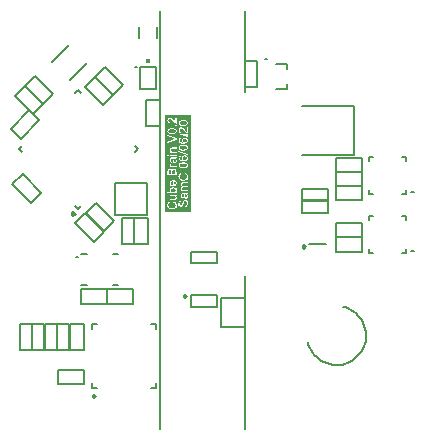
<source format=gto>
G04*
G04 #@! TF.GenerationSoftware,Altium Limited,Altium Designer,20.0.13 (296)*
G04*
G04 Layer_Color=65535*
%FSLAX25Y25*%
%MOIN*%
G70*
G01*
G75*
%ADD10C,0.00787*%
%ADD11C,0.00984*%
%ADD12C,0.00591*%
%ADD13R,0.01575X0.01575*%
G36*
X61417Y74409D02*
X56782D01*
Y74409D01*
X52756D01*
Y106693D01*
X56782D01*
Y106693D01*
X61417D01*
Y74409D01*
D02*
G37*
%LPC*%
G36*
X56733Y105847D02*
X53696D01*
X56375D01*
Y104355D01*
X56303Y104408D01*
X56270Y104434D01*
X56241Y104460D01*
X56215Y104483D01*
X56195Y104499D01*
X56182Y104513D01*
X56179Y104516D01*
X56159Y104535D01*
X56133Y104562D01*
X56107Y104591D01*
X56077Y104624D01*
X56011Y104693D01*
X55949Y104765D01*
X55890Y104834D01*
X55864Y104863D01*
X55841Y104893D01*
X55821Y104913D01*
X55808Y104932D01*
X55798Y104942D01*
X55795Y104945D01*
X55733Y105018D01*
X55674Y105087D01*
X55621Y105149D01*
X55569Y105204D01*
X55523Y105257D01*
X55477Y105303D01*
X55437Y105346D01*
X55401Y105385D01*
X55372Y105418D01*
X55342Y105444D01*
X55319Y105467D01*
X55300Y105487D01*
X55283Y105500D01*
X55273Y105513D01*
X55267Y105516D01*
X55264Y105519D01*
X55191Y105582D01*
X55126Y105631D01*
X55063Y105674D01*
X55008Y105710D01*
X54962Y105736D01*
X54926Y105756D01*
X54913Y105762D01*
X54903Y105765D01*
X54900Y105769D01*
X54896D01*
X54831Y105795D01*
X54765Y105811D01*
X54706Y105824D01*
X54650Y105834D01*
X54604Y105841D01*
X54568Y105844D01*
X54555D01*
X54545D01*
X54542D01*
X54539D01*
X54473Y105841D01*
X54411Y105834D01*
X54352Y105821D01*
X54293Y105805D01*
X54240Y105785D01*
X54191Y105762D01*
X54145Y105739D01*
X54106Y105716D01*
X54066Y105693D01*
X54034Y105670D01*
X54004Y105647D01*
X53981Y105628D01*
X53965Y105611D01*
X53948Y105598D01*
X53942Y105592D01*
X53939Y105588D01*
X53896Y105539D01*
X53860Y105487D01*
X53827Y105431D01*
X53797Y105372D01*
X53774Y105316D01*
X53755Y105257D01*
X53738Y105201D01*
X53725Y105146D01*
X53715Y105096D01*
X53709Y105047D01*
X53702Y105005D01*
X53699Y104968D01*
X53696Y104939D01*
Y104896D01*
X53699Y104817D01*
X53706Y104742D01*
X53715Y104673D01*
X53732Y104608D01*
X53748Y104545D01*
X53768Y104490D01*
X53788Y104437D01*
X53807Y104391D01*
X53830Y104349D01*
X53850Y104312D01*
X53870Y104280D01*
X53886Y104253D01*
X53902Y104234D01*
X53912Y104221D01*
X53919Y104211D01*
X53922Y104207D01*
X53965Y104162D01*
X54014Y104122D01*
X54063Y104086D01*
X54119Y104053D01*
X54171Y104027D01*
X54224Y104001D01*
X54280Y103981D01*
X54329Y103965D01*
X54378Y103948D01*
X54424Y103938D01*
X54466Y103929D01*
X54503Y103922D01*
X54532Y103919D01*
X54552Y103916D01*
X54565Y103912D01*
X54571D01*
X54611Y104293D01*
X54558Y104296D01*
X54509Y104299D01*
X54424Y104319D01*
X54345Y104345D01*
X54312Y104358D01*
X54283Y104375D01*
X54257Y104388D01*
X54234Y104404D01*
X54214Y104417D01*
X54198Y104427D01*
X54185Y104440D01*
X54175Y104447D01*
X54171Y104450D01*
X54168Y104453D01*
X54138Y104486D01*
X54112Y104519D01*
X54093Y104555D01*
X54073Y104591D01*
X54043Y104663D01*
X54024Y104732D01*
X54014Y104791D01*
X54007Y104817D01*
Y104841D01*
X54004Y104860D01*
Y104932D01*
X54011Y104978D01*
X54027Y105060D01*
X54053Y105129D01*
X54080Y105191D01*
X54109Y105237D01*
X54122Y105257D01*
X54135Y105273D01*
X54145Y105287D01*
X54152Y105296D01*
X54155Y105300D01*
X54158Y105303D01*
X54188Y105333D01*
X54217Y105355D01*
X54247Y105378D01*
X54280Y105395D01*
X54342Y105424D01*
X54401Y105444D01*
X54450Y105454D01*
X54473Y105460D01*
X54493D01*
X54506Y105464D01*
X54519D01*
X54526D01*
X54529D01*
X54568Y105460D01*
X54608Y105457D01*
X54686Y105437D01*
X54762Y105408D01*
X54831Y105375D01*
X54890Y105342D01*
X54913Y105329D01*
X54936Y105313D01*
X54952Y105303D01*
X54965Y105293D01*
X54972Y105290D01*
X54975Y105287D01*
X55021Y105251D01*
X55070Y105208D01*
X55123Y105159D01*
X55175Y105106D01*
X55283Y104998D01*
X55385Y104886D01*
X55434Y104834D01*
X55477Y104781D01*
X55516Y104736D01*
X55549Y104696D01*
X55578Y104663D01*
X55598Y104640D01*
X55615Y104624D01*
X55618Y104617D01*
X55667Y104558D01*
X55713Y104506D01*
X55756Y104453D01*
X55798Y104408D01*
X55838Y104362D01*
X55877Y104322D01*
X55910Y104286D01*
X55942Y104253D01*
X55972Y104224D01*
X55998Y104201D01*
X56021Y104178D01*
X56038Y104162D01*
X56054Y104145D01*
X56064Y104135D01*
X56071Y104132D01*
X56074Y104129D01*
X56146Y104070D01*
X56218Y104021D01*
X56287Y103978D01*
X56349Y103945D01*
X56402Y103919D01*
X56425Y103909D01*
X56441Y103899D01*
X56458Y103893D01*
X56467Y103889D01*
X56474Y103886D01*
X56477D01*
X56523Y103870D01*
X56569Y103860D01*
X56612Y103850D01*
X56651Y103847D01*
X56684Y103843D01*
X56733D01*
Y105847D01*
D02*
G37*
G36*
X60517Y105044D02*
X57430D01*
Y103073D01*
D01*
Y104057D01*
X57434Y103998D01*
X57437Y103938D01*
X57447Y103883D01*
X57457Y103830D01*
X57470Y103784D01*
X57486Y103738D01*
X57503Y103696D01*
X57519Y103660D01*
X57535Y103624D01*
X57552Y103594D01*
X57565Y103568D01*
X57581Y103548D01*
X57591Y103532D01*
X57601Y103519D01*
X57604Y103512D01*
X57608Y103509D01*
X57644Y103469D01*
X57680Y103433D01*
X57762Y103368D01*
X57844Y103309D01*
X57926Y103263D01*
X57965Y103243D01*
X57998Y103227D01*
X58031Y103214D01*
X58057Y103200D01*
X58080Y103194D01*
X58100Y103187D01*
X58109Y103181D01*
X58113D01*
X58175Y103161D01*
X58244Y103145D01*
X58385Y103119D01*
X58529Y103099D01*
X58598Y103092D01*
X58667Y103086D01*
X58729Y103082D01*
X58788Y103079D01*
X58841Y103076D01*
X58887D01*
X58923Y103073D01*
X60517D01*
X58975D01*
X59129Y103076D01*
X59274Y103086D01*
X59405Y103099D01*
X59526Y103119D01*
X59638Y103141D01*
X59740Y103168D01*
X59828Y103194D01*
X59910Y103223D01*
X59979Y103250D01*
X60041Y103276D01*
X60090Y103302D01*
X60133Y103325D01*
X60166Y103345D01*
X60189Y103358D01*
X60202Y103368D01*
X60205Y103371D01*
X60261Y103420D01*
X60307Y103473D01*
X60350Y103528D01*
X60386Y103584D01*
X60415Y103640D01*
X60441Y103699D01*
X60461Y103755D01*
X60478Y103807D01*
X60491Y103860D01*
X60500Y103906D01*
X60507Y103948D01*
X60510Y103984D01*
X60514Y104014D01*
X60517Y104037D01*
Y104057D01*
X60514Y104119D01*
X60510Y104175D01*
X60500Y104230D01*
X60491Y104283D01*
X60474Y104332D01*
X60461Y104375D01*
X60445Y104417D01*
X60428Y104453D01*
X60412Y104490D01*
X60395Y104519D01*
X60379Y104545D01*
X60366Y104565D01*
X60356Y104581D01*
X60346Y104595D01*
X60343Y104601D01*
X60340Y104604D01*
X60304Y104644D01*
X60268Y104683D01*
X60185Y104749D01*
X60103Y104804D01*
X60022Y104850D01*
X59982Y104870D01*
X59946Y104886D01*
X59917Y104900D01*
X59887Y104913D01*
X59867Y104922D01*
X59848Y104926D01*
X59838Y104932D01*
X59835D01*
X59772Y104952D01*
X59703Y104968D01*
X59562Y104998D01*
X59418Y105018D01*
X59349Y105024D01*
X59280Y105031D01*
X59218Y105034D01*
X59159Y105037D01*
X59110Y105041D01*
X59064Y105044D01*
X60517D01*
D02*
G37*
G36*
X56733Y103351D02*
X56310D01*
Y102928D01*
X56733D01*
Y103351D01*
D02*
G37*
G36*
X60468Y102672D02*
X57430D01*
Y100668D01*
Y101721D01*
X57434Y101643D01*
X57440Y101567D01*
X57450Y101498D01*
X57466Y101433D01*
X57483Y101370D01*
X57503Y101314D01*
X57522Y101262D01*
X57542Y101216D01*
X57565Y101173D01*
X57585Y101137D01*
X57604Y101104D01*
X57621Y101078D01*
X57637Y101059D01*
X57647Y101046D01*
X57653Y101036D01*
X57657Y101032D01*
X57699Y100987D01*
X57749Y100947D01*
X57798Y100911D01*
X57854Y100878D01*
X57906Y100852D01*
X57958Y100826D01*
X58014Y100806D01*
X58063Y100790D01*
X58113Y100773D01*
X58158Y100763D01*
X58201Y100754D01*
X58237Y100747D01*
X58267Y100744D01*
X58286Y100741D01*
X58299Y100737D01*
X58306D01*
X58346Y101118D01*
X58293Y101121D01*
X58244Y101124D01*
X58158Y101144D01*
X58080Y101170D01*
X58047Y101183D01*
X58017Y101200D01*
X57991Y101213D01*
X57968Y101229D01*
X57949Y101242D01*
X57932Y101252D01*
X57919Y101265D01*
X57909Y101272D01*
X57906Y101275D01*
X57903Y101278D01*
X57873Y101311D01*
X57847Y101344D01*
X57827Y101380D01*
X57807Y101416D01*
X57778Y101488D01*
X57758Y101557D01*
X57749Y101616D01*
X57742Y101643D01*
Y101665D01*
X57739Y101685D01*
Y101757D01*
X57745Y101803D01*
X57762Y101885D01*
X57788Y101954D01*
X57814Y102016D01*
X57844Y102062D01*
X57857Y102082D01*
X57870Y102098D01*
X57880Y102111D01*
X57886Y102121D01*
X57889Y102125D01*
X57893Y102128D01*
X57922Y102157D01*
X57952Y102180D01*
X57981Y102203D01*
X58014Y102220D01*
X58077Y102249D01*
X58135Y102269D01*
X58185Y102279D01*
X58208Y102285D01*
X58227D01*
X58240Y102289D01*
X58254D01*
X58260D01*
X58263D01*
X58303Y102285D01*
X58342Y102282D01*
X58421Y102262D01*
X58496Y102233D01*
X58565Y102200D01*
X58624Y102167D01*
X58647Y102154D01*
X58670Y102138D01*
X58687Y102128D01*
X58700Y102118D01*
X58706Y102115D01*
X58710Y102111D01*
X58755Y102075D01*
X58805Y102033D01*
X58857Y101984D01*
X58910Y101931D01*
X59018Y101823D01*
X59119Y101711D01*
X59169Y101659D01*
X59211Y101606D01*
X59251Y101560D01*
X59284Y101521D01*
X59313Y101488D01*
X59333Y101465D01*
X59349Y101449D01*
X59352Y101442D01*
X59402Y101383D01*
X59447Y101331D01*
X59490Y101278D01*
X59533Y101233D01*
X59572Y101187D01*
X59611Y101147D01*
X59644Y101111D01*
X59677Y101078D01*
X59707Y101049D01*
X59733Y101026D01*
X59756Y101003D01*
X59772Y100987D01*
X59789Y100970D01*
X59799Y100960D01*
X59805Y100957D01*
X59808Y100954D01*
X59881Y100895D01*
X59953Y100845D01*
X60022Y100803D01*
X60084Y100770D01*
X60136Y100744D01*
X60159Y100734D01*
X60176Y100724D01*
X60192Y100717D01*
X60202Y100714D01*
X60208Y100711D01*
X60212D01*
X60258Y100695D01*
X60304Y100685D01*
X60346Y100675D01*
X60386Y100672D01*
X60418Y100668D01*
X60468D01*
Y102672D01*
D02*
G37*
G36*
X56782Y102341D02*
X53696D01*
X55159D01*
X55080Y102338D01*
X55008Y102335D01*
X54939Y102331D01*
X54877Y102325D01*
X54817Y102318D01*
X54765Y102312D01*
X54716Y102308D01*
X54673Y102302D01*
X54637Y102295D01*
X54604Y102289D01*
X54578Y102282D01*
X54555Y102279D01*
X54542Y102276D01*
X54532Y102272D01*
X54529D01*
X54434Y102246D01*
X54345Y102213D01*
X54270Y102184D01*
X54204Y102154D01*
X54178Y102138D01*
X54152Y102128D01*
X54129Y102115D01*
X54112Y102105D01*
X54099Y102095D01*
X54089Y102092D01*
X54083Y102085D01*
X54080D01*
X54014Y102039D01*
X53955Y101987D01*
X53906Y101938D01*
X53866Y101889D01*
X53834Y101846D01*
X53814Y101813D01*
X53804Y101800D01*
X53797Y101790D01*
X53794Y101784D01*
Y101780D01*
X53761Y101708D01*
X53738Y101636D01*
X53719Y101564D01*
X53709Y101498D01*
X53702Y101439D01*
X53699Y101416D01*
X53696Y101393D01*
Y101354D01*
X53699Y101295D01*
X53702Y101236D01*
X53712Y101180D01*
X53722Y101128D01*
X53735Y101082D01*
X53751Y101036D01*
X53768Y100993D01*
X53784Y100957D01*
X53801Y100921D01*
X53817Y100891D01*
X53830Y100865D01*
X53847Y100845D01*
X53856Y100829D01*
X53866Y100816D01*
X53870Y100809D01*
X53873Y100806D01*
X53909Y100767D01*
X53945Y100731D01*
X54027Y100665D01*
X54109Y100606D01*
X54191Y100560D01*
X54230Y100540D01*
X54263Y100524D01*
X54296Y100511D01*
X54322Y100498D01*
X54345Y100491D01*
X54365Y100485D01*
X54375Y100478D01*
X54378D01*
X54440Y100458D01*
X54509Y100442D01*
X54650Y100416D01*
X54795Y100396D01*
X54863Y100390D01*
X54932Y100383D01*
X54995Y100380D01*
X55054Y100376D01*
X55106Y100373D01*
X55152D01*
X55188Y100370D01*
X56782D01*
X55241D01*
X55395Y100373D01*
X55539Y100383D01*
X55670Y100396D01*
X55792Y100416D01*
X55903Y100439D01*
X56005Y100465D01*
X56093Y100491D01*
X56175Y100521D01*
X56244Y100547D01*
X56307Y100573D01*
X56356Y100599D01*
X56398Y100622D01*
X56431Y100642D01*
X56454Y100655D01*
X56467Y100665D01*
X56471Y100668D01*
X56526Y100717D01*
X56572Y100770D01*
X56615Y100826D01*
X56651Y100882D01*
X56681Y100937D01*
X56707Y100996D01*
X56726Y101052D01*
X56743Y101104D01*
X56756Y101157D01*
X56766Y101203D01*
X56772Y101246D01*
X56776Y101282D01*
X56779Y101311D01*
X56782Y101334D01*
Y101354D01*
X56779Y101416D01*
X56776Y101472D01*
X56766Y101528D01*
X56756Y101580D01*
X56740Y101629D01*
X56726Y101672D01*
X56710Y101715D01*
X56694Y101751D01*
X56677Y101787D01*
X56661Y101816D01*
X56644Y101843D01*
X56631Y101862D01*
X56621Y101879D01*
X56612Y101892D01*
X56608Y101898D01*
X56605Y101902D01*
X56569Y101941D01*
X56533Y101980D01*
X56451Y102046D01*
X56369Y102102D01*
X56287Y102148D01*
X56248Y102167D01*
X56212Y102184D01*
X56182Y102197D01*
X56152Y102210D01*
X56133Y102220D01*
X56113Y102223D01*
X56103Y102230D01*
X56100D01*
X56038Y102249D01*
X55969Y102266D01*
X55828Y102295D01*
X55683Y102315D01*
X55615Y102321D01*
X55546Y102328D01*
X55483Y102331D01*
X55424Y102335D01*
X55375Y102338D01*
X55329Y102341D01*
X56782D01*
D02*
G37*
%LPD*%
G36*
X60520Y99668D02*
X57391Y100547D01*
X60520D01*
Y99668D01*
D02*
G37*
%LPC*%
G36*
Y100547D02*
X57391D01*
Y100249D01*
X60520Y99369D01*
D01*
Y100547D01*
D02*
G37*
G36*
X53706Y100157D02*
Y99750D01*
X55906Y98933D01*
X55998Y98900D01*
X56087Y98868D01*
X56172Y98838D01*
X56248Y98815D01*
X56280Y98805D01*
X56310Y98795D01*
X56336Y98789D01*
X56359Y98782D01*
X56375Y98776D01*
X56392Y98773D01*
X56398Y98769D01*
X56402D01*
X56313Y98743D01*
X56225Y98717D01*
X56143Y98690D01*
X56067Y98668D01*
X56031Y98654D01*
X56002Y98645D01*
X55975Y98635D01*
X55952Y98628D01*
X55933Y98622D01*
X55920Y98615D01*
X55910Y98612D01*
X55906D01*
X53706Y97825D01*
Y97388D01*
X56733Y98563D01*
Y97503D01*
Y99015D01*
Y98976D01*
X53706Y100157D01*
D02*
G37*
G36*
X60517Y99176D02*
X57430D01*
Y97175D01*
D01*
Y98264D01*
X57434Y98176D01*
X57447Y98093D01*
X57463Y98015D01*
X57486Y97943D01*
X57512Y97874D01*
X57542Y97811D01*
X57571Y97752D01*
X57604Y97700D01*
X57637Y97654D01*
X57666Y97615D01*
X57696Y97579D01*
X57722Y97552D01*
X57745Y97529D01*
X57762Y97513D01*
X57775Y97503D01*
X57778Y97500D01*
X57857Y97444D01*
X57945Y97392D01*
X58044Y97349D01*
X58145Y97313D01*
X58250Y97280D01*
X58355Y97254D01*
X58460Y97234D01*
X58565Y97215D01*
X58664Y97201D01*
X58755Y97192D01*
X58837Y97185D01*
X58910Y97182D01*
X58942Y97178D01*
X58969D01*
X58995Y97175D01*
X57430D01*
X59054D01*
X59195Y97178D01*
X59326Y97188D01*
X59447Y97201D01*
X59559Y97221D01*
X59661Y97244D01*
X59753Y97267D01*
X59835Y97293D01*
X59907Y97323D01*
X59972Y97349D01*
X60028Y97375D01*
X60074Y97398D01*
X60110Y97421D01*
X60140Y97441D01*
X60159Y97454D01*
X60172Y97464D01*
X60176Y97467D01*
X60235Y97523D01*
X60287Y97585D01*
X60333Y97644D01*
X60373Y97710D01*
X60405Y97772D01*
X60435Y97834D01*
X60454Y97897D01*
X60474Y97956D01*
X60487Y98011D01*
X60497Y98061D01*
X60507Y98107D01*
X60510Y98146D01*
X60514Y98179D01*
X60517Y98205D01*
Y98225D01*
X60510Y98323D01*
X60497Y98415D01*
X60478Y98500D01*
X60451Y98572D01*
X60441Y98602D01*
X60428Y98631D01*
X60418Y98654D01*
X60409Y98674D01*
X60402Y98690D01*
X60395Y98704D01*
X60389Y98710D01*
Y98713D01*
X60336Y98789D01*
X60274Y98858D01*
X60212Y98917D01*
X60153Y98963D01*
X60097Y99002D01*
X60074Y99015D01*
X60054Y99028D01*
X60038Y99038D01*
X60025Y99045D01*
X60018Y99051D01*
X60015D01*
X59920Y99094D01*
X59828Y99123D01*
X59740Y99146D01*
X59658Y99159D01*
X59621Y99166D01*
X59585Y99169D01*
X59556Y99173D01*
X59533D01*
X59510Y99176D01*
X60517D01*
D02*
G37*
G36*
Y96814D02*
X57430D01*
X58893D01*
X58815Y96811D01*
X58742Y96808D01*
X58674Y96804D01*
X58611Y96798D01*
X58552Y96791D01*
X58500Y96785D01*
X58450Y96781D01*
X58408Y96775D01*
X58372Y96768D01*
X58339Y96762D01*
X58313Y96755D01*
X58290Y96752D01*
X58277Y96749D01*
X58267Y96745D01*
X58263D01*
X58168Y96719D01*
X58080Y96686D01*
X58004Y96657D01*
X57939Y96627D01*
X57912Y96611D01*
X57886Y96601D01*
X57863Y96588D01*
X57847Y96578D01*
X57834Y96568D01*
X57824Y96565D01*
X57817Y96558D01*
X57814D01*
X57749Y96513D01*
X57689Y96460D01*
X57640Y96411D01*
X57601Y96362D01*
X57568Y96319D01*
X57548Y96286D01*
X57539Y96273D01*
X57532Y96263D01*
X57529Y96257D01*
Y96253D01*
X57496Y96181D01*
X57473Y96109D01*
X57453Y96037D01*
X57443Y95971D01*
X57437Y95912D01*
X57434Y95889D01*
X57430Y95866D01*
Y95827D01*
X57434Y95768D01*
X57437Y95709D01*
X57447Y95653D01*
X57457Y95601D01*
X57470Y95555D01*
X57486Y95509D01*
X57503Y95466D01*
X57519Y95430D01*
X57535Y95394D01*
X57552Y95364D01*
X57565Y95338D01*
X57581Y95319D01*
X57591Y95302D01*
X57601Y95289D01*
X57604Y95283D01*
X57608Y95279D01*
X57644Y95240D01*
X57680Y95204D01*
X57762Y95138D01*
X57844Y95079D01*
X57926Y95033D01*
X57965Y95014D01*
X57998Y94997D01*
X58031Y94984D01*
X58057Y94971D01*
X58080Y94964D01*
X58100Y94958D01*
X58109Y94951D01*
X58113D01*
X58175Y94932D01*
X58244Y94915D01*
X58385Y94889D01*
X58529Y94869D01*
X58598Y94863D01*
X58667Y94856D01*
X58729Y94853D01*
X58788Y94850D01*
X58841Y94846D01*
X58887D01*
X58923Y94843D01*
X58975D01*
X59129Y94846D01*
X59274Y94856D01*
X59405Y94869D01*
X59526Y94889D01*
X59638Y94912D01*
X59740Y94938D01*
X59828Y94964D01*
X59910Y94994D01*
X59979Y95020D01*
X60041Y95046D01*
X60090Y95073D01*
X60133Y95096D01*
X60166Y95115D01*
X60189Y95128D01*
X60202Y95138D01*
X60205Y95142D01*
X60261Y95191D01*
X60307Y95243D01*
X60350Y95299D01*
X60386Y95355D01*
X60415Y95411D01*
X60441Y95469D01*
X60461Y95525D01*
X60478Y95578D01*
X60491Y95630D01*
X60500Y95676D01*
X60507Y95719D01*
X60510Y95755D01*
X60514Y95784D01*
X60517Y95807D01*
Y95827D01*
X60514Y95889D01*
X60510Y95945D01*
X60500Y96001D01*
X60491Y96053D01*
X60474Y96102D01*
X60461Y96145D01*
X60445Y96188D01*
X60428Y96224D01*
X60412Y96260D01*
X60395Y96289D01*
X60379Y96316D01*
X60366Y96335D01*
X60356Y96352D01*
X60346Y96365D01*
X60343Y96372D01*
X60340Y96375D01*
X60304Y96414D01*
X60268Y96453D01*
X60185Y96519D01*
X60103Y96575D01*
X60022Y96621D01*
X59982Y96640D01*
X59946Y96657D01*
X59917Y96670D01*
X59887Y96683D01*
X59867Y96693D01*
X59848Y96696D01*
X59838Y96703D01*
X59835D01*
X59772Y96723D01*
X59703Y96739D01*
X59562Y96768D01*
X59418Y96788D01*
X59349Y96795D01*
X59280Y96801D01*
X59218Y96804D01*
X59159Y96808D01*
X59110Y96811D01*
X59064Y96814D01*
X60517D01*
D02*
G37*
G36*
X56733Y95906D02*
X55296D01*
X55254Y95903D01*
X55218D01*
X55185Y95899D01*
X55155D01*
X55106Y95896D01*
X55070Y95889D01*
X55044Y95886D01*
X55027Y95883D01*
X55024D01*
X54965Y95870D01*
X54913Y95850D01*
X54867Y95834D01*
X54827Y95814D01*
X54795Y95794D01*
X54768Y95781D01*
X54755Y95771D01*
X54749Y95768D01*
X54706Y95735D01*
X54670Y95696D01*
X54640Y95653D01*
X54611Y95614D01*
X54591Y95574D01*
X54575Y95545D01*
X54565Y95525D01*
X54562Y95522D01*
Y95519D01*
X54539Y95456D01*
X54519Y95394D01*
X54506Y95332D01*
X54499Y95276D01*
X54493Y95227D01*
Y95207D01*
X54489Y95187D01*
Y94125D01*
Y95155D01*
X54493Y95073D01*
X54506Y94994D01*
X54522Y94922D01*
X54545Y94853D01*
X54575Y94791D01*
X54604Y94735D01*
X54637Y94682D01*
X54670Y94636D01*
X54706Y94594D01*
X54739Y94558D01*
X54768Y94528D01*
X54798Y94505D01*
X54821Y94485D01*
X54837Y94469D01*
X54850Y94463D01*
X54854Y94459D01*
X54539D01*
Y94125D01*
X54489D01*
X56733D01*
Y95181D01*
Y94495D01*
X55536D01*
X55460Y94499D01*
X55388Y94502D01*
X55326Y94512D01*
X55267Y94522D01*
X55214Y94535D01*
X55168Y94548D01*
X55126Y94564D01*
X55090Y94581D01*
X55057Y94597D01*
X55031Y94613D01*
X55011Y94626D01*
X54991Y94640D01*
X54978Y94649D01*
X54968Y94659D01*
X54965Y94663D01*
X54962Y94666D01*
X54936Y94699D01*
X54913Y94735D01*
X54873Y94804D01*
X54847Y94873D01*
X54831Y94935D01*
X54817Y94991D01*
X54814Y95017D01*
Y95037D01*
X54811Y95053D01*
Y95076D01*
X54814Y95132D01*
X54821Y95181D01*
X54834Y95223D01*
X54844Y95263D01*
X54857Y95292D01*
X54870Y95315D01*
X54877Y95332D01*
X54880Y95335D01*
X54906Y95374D01*
X54936Y95407D01*
X54965Y95433D01*
X54995Y95453D01*
X55021Y95469D01*
X55041Y95479D01*
X55054Y95486D01*
X55060Y95489D01*
X55106Y95506D01*
X55159Y95515D01*
X55214Y95525D01*
X55270Y95529D01*
X55319Y95532D01*
X55342Y95535D01*
X55362D01*
X55375D01*
X55388D01*
X55395D01*
X55398D01*
X56733D01*
Y95906D01*
D02*
G37*
G36*
X60520Y94669D02*
X57391D01*
Y93492D01*
D01*
Y94371D01*
X60520Y93492D01*
D01*
Y93790D01*
X57391Y94669D01*
X60520D01*
D01*
D02*
G37*
G36*
X56733Y93561D02*
X54539D01*
Y93190D01*
X54129D01*
Y93561D01*
X53706D01*
Y93190D01*
X56733D01*
Y93561D01*
D02*
G37*
G36*
X56782Y92727D02*
Y91458D01*
X56779Y91540D01*
X56772Y91615D01*
X56759Y91684D01*
X56746Y91747D01*
X56733Y91796D01*
X56726Y91819D01*
X56720Y91835D01*
X56717Y91848D01*
X56713Y91858D01*
X56710Y91865D01*
Y91868D01*
X56677Y91940D01*
X56641Y92012D01*
X56599Y92078D01*
X56556Y92140D01*
X56520Y92193D01*
X56500Y92212D01*
X56487Y92232D01*
X56474Y92249D01*
X56464Y92258D01*
X56461Y92265D01*
X56458Y92268D01*
X56516Y92275D01*
X56569Y92285D01*
X56615Y92298D01*
X56654Y92311D01*
X56687Y92321D01*
X56713Y92331D01*
X56726Y92337D01*
X56733Y92340D01*
Y92727D01*
X56687Y92704D01*
X56638Y92685D01*
X56595Y92668D01*
X56556Y92655D01*
X56520Y92645D01*
X56494Y92639D01*
X56477Y92636D01*
X56471D01*
X56441Y92632D01*
X56402Y92629D01*
X56359Y92626D01*
X56310Y92623D01*
X56257Y92619D01*
X56202D01*
X56090Y92616D01*
X56038D01*
X55985Y92613D01*
X55939D01*
X55897D01*
X55864D01*
X55838D01*
X55821D01*
X55815D01*
X55319D01*
X55273D01*
X55234D01*
X55198Y92609D01*
X55162D01*
X55103Y92606D01*
X55057Y92603D01*
X55021Y92599D01*
X54998Y92596D01*
X54981Y92593D01*
X54978D01*
X54922Y92580D01*
X54873Y92560D01*
X54831Y92541D01*
X54795Y92521D01*
X54765Y92504D01*
X54742Y92488D01*
X54729Y92478D01*
X54726Y92475D01*
X54690Y92439D01*
X54657Y92399D01*
X54627Y92357D01*
X54604Y92314D01*
X54585Y92275D01*
X54571Y92245D01*
X54565Y92232D01*
X54562Y92222D01*
X54558Y92219D01*
Y92216D01*
X54535Y92147D01*
X54519Y92071D01*
X54506Y91996D01*
X54499Y91924D01*
X54493Y91861D01*
Y91832D01*
X54489Y91809D01*
Y91819D01*
Y91763D01*
X54493Y91661D01*
X54503Y91566D01*
X54516Y91481D01*
X54522Y91442D01*
X54529Y91409D01*
X54535Y91376D01*
X54542Y91347D01*
X54549Y91324D01*
X54555Y91304D01*
X54562Y91287D01*
X54565Y91274D01*
X54568Y91268D01*
Y91264D01*
X54601Y91189D01*
X54637Y91123D01*
X54673Y91068D01*
X54709Y91022D01*
X54742Y90986D01*
X54768Y90960D01*
X54785Y90943D01*
X54788Y90936D01*
X54791D01*
X54847Y90897D01*
X54909Y90864D01*
X54972Y90838D01*
X55031Y90815D01*
X55083Y90799D01*
X55106Y90792D01*
X55126Y90786D01*
X55142Y90782D01*
X55155Y90779D01*
X55162Y90776D01*
X55165D01*
X55214Y91140D01*
X55172Y91153D01*
X55132Y91166D01*
X55067Y91192D01*
X55008Y91225D01*
X54965Y91255D01*
X54932Y91281D01*
X54906Y91304D01*
X54893Y91317D01*
X54890Y91324D01*
X54860Y91376D01*
X54837Y91438D01*
X54821Y91501D01*
X54808Y91563D01*
X54801Y91622D01*
Y91645D01*
X54798Y91668D01*
Y91711D01*
X54804Y91809D01*
X54817Y91894D01*
X54837Y91966D01*
X54860Y92026D01*
X54886Y92071D01*
X54896Y92088D01*
X54906Y92104D01*
X54913Y92117D01*
X54919Y92124D01*
X54926Y92131D01*
X54965Y92167D01*
X55014Y92193D01*
X55067Y92212D01*
X55119Y92226D01*
X55168Y92232D01*
X55208Y92239D01*
X55221D01*
X55234D01*
X55241D01*
X55244D01*
X55254D01*
X55267D01*
X55300D01*
X55313Y92235D01*
X55326D01*
X55336D01*
X55339D01*
X55352Y92193D01*
X55365Y92147D01*
X55378Y92094D01*
X55392Y92042D01*
X55414Y91934D01*
X55434Y91825D01*
X55441Y91773D01*
X55447Y91727D01*
X55454Y91684D01*
X55460Y91645D01*
X55464Y91615D01*
X55467Y91593D01*
X55470Y91579D01*
Y91573D01*
X55480Y91494D01*
X55490Y91429D01*
X55500Y91369D01*
X55506Y91324D01*
X55516Y91287D01*
X55519Y91261D01*
X55526Y91248D01*
Y91242D01*
X55542Y91189D01*
X55562Y91137D01*
X55582Y91091D01*
X55601Y91051D01*
X55618Y91019D01*
X55634Y90996D01*
X55644Y90979D01*
X55647Y90973D01*
X55680Y90930D01*
X55713Y90894D01*
X55749Y90861D01*
X55782Y90835D01*
X55815Y90812D01*
X55838Y90795D01*
X55854Y90786D01*
X55861Y90782D01*
X55913Y90759D01*
X55962Y90740D01*
X56011Y90727D01*
X56057Y90720D01*
X56097Y90714D01*
X56129Y90710D01*
X54489D01*
X56782D01*
Y91376D01*
Y90710D01*
X56156D01*
X56205Y90714D01*
X56254Y90720D01*
X56300Y90727D01*
X56343Y90740D01*
X56421Y90773D01*
X56484Y90809D01*
X56513Y90825D01*
X56536Y90841D01*
X56559Y90858D01*
X56576Y90874D01*
X56589Y90887D01*
X56599Y90894D01*
X56605Y90900D01*
X56608Y90904D01*
X56638Y90943D01*
X56664Y90983D01*
X56690Y91028D01*
X56710Y91071D01*
X56740Y91163D01*
X56759Y91255D01*
X56769Y91294D01*
X56772Y91333D01*
X56776Y91369D01*
X56779Y91399D01*
X56782Y91422D01*
Y92727D01*
D02*
G37*
G36*
X60517Y93298D02*
X57430D01*
Y91297D01*
D01*
Y92386D01*
X57434Y92298D01*
X57447Y92216D01*
X57463Y92137D01*
X57486Y92065D01*
X57512Y91996D01*
X57542Y91934D01*
X57571Y91875D01*
X57604Y91822D01*
X57637Y91776D01*
X57666Y91737D01*
X57696Y91701D01*
X57722Y91675D01*
X57745Y91652D01*
X57762Y91635D01*
X57775Y91625D01*
X57778Y91622D01*
X57857Y91566D01*
X57945Y91514D01*
X58044Y91471D01*
X58145Y91435D01*
X58250Y91402D01*
X58355Y91376D01*
X58460Y91356D01*
X58565Y91337D01*
X58664Y91324D01*
X58755Y91314D01*
X58837Y91307D01*
X58910Y91304D01*
X58942Y91301D01*
X58969D01*
X58995Y91297D01*
X59054D01*
X59195Y91301D01*
X59326Y91311D01*
X59447Y91324D01*
X59559Y91343D01*
X59661Y91366D01*
X59753Y91389D01*
X59835Y91415D01*
X59907Y91445D01*
X59972Y91471D01*
X60028Y91497D01*
X60074Y91520D01*
X60110Y91543D01*
X60140Y91563D01*
X60159Y91576D01*
X60172Y91586D01*
X60176Y91589D01*
X60235Y91645D01*
X60287Y91707D01*
X60333Y91766D01*
X60373Y91832D01*
X60405Y91894D01*
X60435Y91957D01*
X60454Y92019D01*
X60474Y92078D01*
X60487Y92134D01*
X60497Y92183D01*
X60507Y92229D01*
X60510Y92268D01*
X60514Y92301D01*
X60517Y92327D01*
Y92347D01*
X60510Y92445D01*
X60497Y92537D01*
X60478Y92623D01*
X60451Y92695D01*
X60441Y92724D01*
X60428Y92754D01*
X60418Y92777D01*
X60409Y92796D01*
X60402Y92813D01*
X60395Y92826D01*
X60389Y92832D01*
Y92836D01*
X60336Y92911D01*
X60274Y92980D01*
X60212Y93039D01*
X60153Y93085D01*
X60097Y93124D01*
X60074Y93137D01*
X60054Y93151D01*
X60038Y93160D01*
X60025Y93167D01*
X60018Y93173D01*
X60015D01*
X59920Y93216D01*
X59828Y93246D01*
X59740Y93269D01*
X59658Y93282D01*
X59621Y93288D01*
X59585Y93292D01*
X59556Y93295D01*
X59533D01*
X59510Y93298D01*
X60517D01*
D02*
G37*
G36*
X56733Y90615D02*
X54489D01*
Y89425D01*
Y90231D01*
X54493Y90185D01*
X54503Y90140D01*
X54513Y90100D01*
X54526Y90064D01*
X54542Y90038D01*
X54552Y90015D01*
X54562Y90002D01*
X54565Y89995D01*
X54581Y89976D01*
X54601Y89952D01*
X54644Y89913D01*
X54696Y89874D01*
X54749Y89838D01*
X54795Y89805D01*
X54837Y89782D01*
X54850Y89772D01*
X54863Y89766D01*
X54870Y89759D01*
X54539D01*
Y89425D01*
X54489D01*
X56733D01*
Y89795D01*
X55585D01*
X55500Y89798D01*
X55418Y89805D01*
X55346Y89815D01*
X55280Y89825D01*
X55228Y89834D01*
X55204Y89841D01*
X55185Y89844D01*
X55172Y89848D01*
X55162Y89851D01*
X55155Y89854D01*
X55152D01*
X55106Y89874D01*
X55063Y89894D01*
X55031Y89916D01*
X55001Y89939D01*
X54978Y89959D01*
X54962Y89976D01*
X54952Y89989D01*
X54949Y89992D01*
X54922Y90031D01*
X54906Y90067D01*
X54893Y90103D01*
X54883Y90140D01*
X54877Y90169D01*
X54873Y90192D01*
Y90212D01*
X54877Y90264D01*
X54886Y90313D01*
X54900Y90359D01*
X54913Y90399D01*
X54929Y90435D01*
X54942Y90461D01*
X54952Y90477D01*
X54955Y90484D01*
X54611Y90615D01*
X54571Y90543D01*
X54542Y90471D01*
X54519Y90408D01*
X54506Y90349D01*
X54496Y90300D01*
X54493Y90281D01*
Y90264D01*
X54489Y90251D01*
Y90615D01*
X56733D01*
D02*
G37*
G36*
X60517Y90936D02*
X57430D01*
Y88965D01*
D01*
Y89949D01*
X57434Y89890D01*
X57437Y89831D01*
X57447Y89775D01*
X57457Y89723D01*
X57470Y89677D01*
X57486Y89631D01*
X57503Y89588D01*
X57519Y89552D01*
X57535Y89516D01*
X57552Y89487D01*
X57565Y89461D01*
X57581Y89441D01*
X57591Y89425D01*
X57601Y89411D01*
X57604Y89405D01*
X57608Y89402D01*
X57644Y89362D01*
X57680Y89326D01*
X57762Y89261D01*
X57844Y89201D01*
X57926Y89156D01*
X57965Y89136D01*
X57998Y89119D01*
X58031Y89106D01*
X58057Y89093D01*
X58080Y89087D01*
X58100Y89080D01*
X58109Y89073D01*
X58113D01*
X58175Y89054D01*
X58244Y89037D01*
X58385Y89011D01*
X58529Y88991D01*
X58598Y88985D01*
X58667Y88978D01*
X58729Y88975D01*
X58788Y88972D01*
X58841Y88969D01*
X58887D01*
X58923Y88965D01*
X58975D01*
X59129Y88969D01*
X59274Y88978D01*
X59405Y88991D01*
X59526Y89011D01*
X59638Y89034D01*
X59740Y89060D01*
X59828Y89087D01*
X59910Y89116D01*
X59979Y89142D01*
X60041Y89169D01*
X60090Y89195D01*
X60133Y89218D01*
X60166Y89237D01*
X60189Y89251D01*
X60202Y89261D01*
X60205Y89264D01*
X60261Y89313D01*
X60307Y89365D01*
X60350Y89421D01*
X60386Y89477D01*
X60415Y89533D01*
X60441Y89592D01*
X60461Y89648D01*
X60478Y89700D01*
X60491Y89753D01*
X60500Y89798D01*
X60507Y89841D01*
X60510Y89877D01*
X60514Y89907D01*
X60517Y89930D01*
Y89949D01*
X60514Y90012D01*
X60510Y90067D01*
X60500Y90123D01*
X60491Y90176D01*
X60474Y90225D01*
X60461Y90267D01*
X60445Y90310D01*
X60428Y90346D01*
X60412Y90382D01*
X60395Y90412D01*
X60379Y90438D01*
X60366Y90458D01*
X60356Y90474D01*
X60346Y90487D01*
X60343Y90494D01*
X60340Y90497D01*
X60304Y90536D01*
X60268Y90576D01*
X60185Y90641D01*
X60103Y90697D01*
X60022Y90743D01*
X59982Y90763D01*
X59946Y90779D01*
X59917Y90792D01*
X59887Y90805D01*
X59867Y90815D01*
X59848Y90819D01*
X59838Y90825D01*
X59835D01*
X59772Y90845D01*
X59703Y90861D01*
X59562Y90891D01*
X59418Y90910D01*
X59349Y90917D01*
X59280Y90923D01*
X59218Y90927D01*
X59159Y90930D01*
X59110Y90933D01*
X59064Y90936D01*
X60517D01*
D02*
G37*
G36*
X55893Y88923D02*
X55808D01*
X55762Y88916D01*
X55674Y88900D01*
X55595Y88873D01*
X55529Y88847D01*
X55500Y88834D01*
X55474Y88821D01*
X55450Y88808D01*
X55431Y88795D01*
X55418Y88785D01*
X55408Y88778D01*
X55401Y88775D01*
X55398Y88772D01*
X55329Y88713D01*
X55273Y88644D01*
X55224Y88575D01*
X55188Y88506D01*
X55159Y88447D01*
X55149Y88421D01*
X55139Y88398D01*
X55132Y88378D01*
X55126Y88365D01*
X55123Y88355D01*
Y88352D01*
X55080Y88427D01*
X55034Y88490D01*
X54988Y88545D01*
X54945Y88588D01*
X54906Y88624D01*
X54877Y88647D01*
X54863Y88657D01*
X54854Y88664D01*
X54850Y88667D01*
X54847D01*
X54781Y88703D01*
X54719Y88729D01*
X54657Y88749D01*
X54601Y88762D01*
X54552Y88769D01*
X54516Y88775D01*
X54503D01*
X54493D01*
X54486D01*
X54483D01*
X54404Y88769D01*
X54332Y88755D01*
X54263Y88736D01*
X54204Y88716D01*
X54155Y88693D01*
X54132Y88683D01*
X54116Y88673D01*
X54102Y88664D01*
X54093Y88660D01*
X54086Y88654D01*
X54083D01*
X54017Y88604D01*
X53958Y88552D01*
X53909Y88499D01*
X53870Y88447D01*
X53840Y88398D01*
X53817Y88362D01*
X53811Y88345D01*
X53804Y88336D01*
X53801Y88329D01*
Y88326D01*
X53768Y88240D01*
X53745Y88152D01*
X53728Y88057D01*
X53719Y87971D01*
X53712Y87929D01*
X53709Y87893D01*
Y87857D01*
X53706Y87827D01*
Y87837D01*
Y86637D01*
X56733D01*
Y87788D01*
X56730Y87893D01*
X56726Y87988D01*
X56717Y88070D01*
X56713Y88109D01*
X56707Y88142D01*
X56704Y88171D01*
X56700Y88198D01*
X56694Y88221D01*
X56690Y88240D01*
X56687Y88257D01*
Y88267D01*
X56684Y88273D01*
Y88276D01*
X56664Y88349D01*
X56641Y88414D01*
X56615Y88470D01*
X56592Y88516D01*
X56569Y88555D01*
X56553Y88585D01*
X56539Y88601D01*
X56536Y88608D01*
X56494Y88657D01*
X56448Y88700D01*
X56402Y88739D01*
X56356Y88769D01*
X56316Y88795D01*
X56284Y88814D01*
X56270Y88821D01*
X56261Y88828D01*
X56257Y88831D01*
X56254D01*
X56185Y88860D01*
X56113Y88883D01*
X56047Y88900D01*
X55985Y88913D01*
X55933Y88919D01*
X55913D01*
X55893Y88923D01*
D02*
G37*
G36*
X53706D02*
X53706D01*
Y87899D01*
Y88923D01*
X53706D01*
D02*
G37*
G36*
X60517Y87447D02*
X57388D01*
D01*
X59507D01*
X59405Y87046D01*
X59474Y87030D01*
X59539Y87007D01*
X59602Y86984D01*
X59658Y86961D01*
X59710Y86935D01*
X59756Y86909D01*
X59799Y86883D01*
X59838Y86856D01*
X59871Y86830D01*
X59900Y86807D01*
X59926Y86784D01*
X59946Y86768D01*
X59962Y86751D01*
X59972Y86738D01*
X59979Y86732D01*
X59982Y86728D01*
X60015Y86682D01*
X60044Y86637D01*
X60071Y86590D01*
X60094Y86541D01*
X60113Y86492D01*
X60130Y86446D01*
X60153Y86354D01*
X60159Y86315D01*
X60166Y86276D01*
X60169Y86243D01*
X60172Y86213D01*
X60176Y86190D01*
Y86158D01*
X60172Y86105D01*
X60169Y86056D01*
X60153Y85961D01*
X60130Y85872D01*
X60103Y85797D01*
X60090Y85764D01*
X60081Y85734D01*
X60067Y85708D01*
X60058Y85685D01*
X60048Y85666D01*
X60041Y85653D01*
X60035Y85646D01*
Y85643D01*
X60005Y85600D01*
X59976Y85561D01*
X59907Y85488D01*
X59838Y85429D01*
X59766Y85380D01*
X59703Y85344D01*
X59677Y85328D01*
X59651Y85315D01*
X59631Y85308D01*
X59618Y85302D01*
X59608Y85295D01*
X59605D01*
X59493Y85259D01*
X59379Y85229D01*
X59264Y85210D01*
X59211Y85203D01*
X59159Y85197D01*
X59110Y85193D01*
X59067Y85190D01*
X59028Y85187D01*
X58995D01*
X58965Y85183D01*
X58946D01*
X58933D01*
X58929D01*
X58818Y85187D01*
X58713Y85197D01*
X58614Y85213D01*
X58569Y85220D01*
X58526Y85229D01*
X58490Y85239D01*
X58454Y85246D01*
X58424Y85256D01*
X58398Y85262D01*
X58378Y85265D01*
X58362Y85272D01*
X58352Y85275D01*
X58349D01*
X58247Y85318D01*
X58158Y85367D01*
X58083Y85420D01*
X58050Y85449D01*
X58017Y85475D01*
X57991Y85502D01*
X57968Y85524D01*
X57945Y85548D01*
X57929Y85564D01*
X57916Y85580D01*
X57906Y85593D01*
X57903Y85600D01*
X57899Y85603D01*
X57870Y85649D01*
X57844Y85695D01*
X57821Y85744D01*
X57801Y85794D01*
X57771Y85892D01*
X57749Y85987D01*
X57742Y86026D01*
X57739Y86066D01*
X57735Y86102D01*
X57732Y86131D01*
X57729Y86158D01*
Y86246D01*
X57735Y86299D01*
X57752Y86397D01*
X57778Y86482D01*
X57791Y86518D01*
X57804Y86554D01*
X57817Y86587D01*
X57831Y86614D01*
X57844Y86637D01*
X57857Y86656D01*
X57867Y86673D01*
X57873Y86682D01*
X57876Y86689D01*
X57880Y86692D01*
X57909Y86728D01*
X57942Y86764D01*
X58017Y86823D01*
X58100Y86879D01*
X58178Y86922D01*
X58250Y86955D01*
X58280Y86971D01*
X58306Y86981D01*
X58329Y86991D01*
X58349Y86994D01*
X58359Y87001D01*
X58362D01*
X58270Y87394D01*
X58195Y87368D01*
X58122Y87338D01*
X58053Y87309D01*
X57991Y87273D01*
X57932Y87240D01*
X57880Y87204D01*
X57831Y87168D01*
X57788Y87132D01*
X57749Y87096D01*
X57716Y87066D01*
X57686Y87037D01*
X57663Y87010D01*
X57644Y86991D01*
X57630Y86974D01*
X57624Y86964D01*
X57621Y86961D01*
X57578Y86902D01*
X57545Y86840D01*
X57512Y86778D01*
X57486Y86712D01*
X57463Y86646D01*
X57443Y86584D01*
X57430Y86522D01*
X57417Y86463D01*
X57407Y86407D01*
X57401Y86358D01*
X57394Y86312D01*
X57391Y86272D01*
X57388Y86240D01*
Y86197D01*
X57391Y86121D01*
X57394Y86049D01*
X57417Y85915D01*
X57430Y85849D01*
X57447Y85790D01*
X57463Y85731D01*
X57480Y85679D01*
X57496Y85633D01*
X57512Y85590D01*
X57529Y85551D01*
X57542Y85521D01*
X57555Y85495D01*
X57565Y85479D01*
X57568Y85466D01*
X57571Y85462D01*
X57608Y85403D01*
X57647Y85344D01*
X57689Y85292D01*
X57732Y85242D01*
X57778Y85197D01*
X57821Y85154D01*
X57867Y85118D01*
X57906Y85082D01*
X57949Y85052D01*
X57985Y85026D01*
X58017Y85003D01*
X58047Y84983D01*
X58073Y84970D01*
X58090Y84960D01*
X58103Y84954D01*
X58106Y84951D01*
X58172Y84918D01*
X58244Y84891D01*
X58313Y84869D01*
X58381Y84846D01*
X58523Y84813D01*
X58588Y84803D01*
X58650Y84793D01*
X58710Y84786D01*
X58762Y84780D01*
X58811Y84777D01*
X58854Y84773D01*
X58887Y84770D01*
X58933D01*
X59011Y84773D01*
X59090Y84777D01*
X59241Y84796D01*
X59313Y84806D01*
X59379Y84819D01*
X59441Y84836D01*
X59500Y84849D01*
X59553Y84865D01*
X59602Y84878D01*
X59641Y84891D01*
X59677Y84905D01*
X59703Y84914D01*
X59726Y84921D01*
X59740Y84924D01*
X59743Y84928D01*
X59812Y84960D01*
X59877Y84993D01*
X59936Y85029D01*
X59992Y85069D01*
X60044Y85108D01*
X60090Y85144D01*
X60133Y85183D01*
X60172Y85220D01*
X60208Y85256D01*
X60238Y85288D01*
X60261Y85318D01*
X60284Y85344D01*
X60300Y85364D01*
X60310Y85380D01*
X60317Y85390D01*
X60320Y85393D01*
X60356Y85452D01*
X60386Y85515D01*
X60412Y85580D01*
X60435Y85649D01*
X60451Y85715D01*
X60468Y85780D01*
X60481Y85846D01*
X60491Y85908D01*
X60500Y85967D01*
X60507Y86020D01*
X60510Y86069D01*
X60514Y86108D01*
X60517Y86145D01*
Y84911D01*
Y86190D01*
X60514Y86279D01*
X60507Y86361D01*
X60494Y86440D01*
X60478Y86515D01*
X60458Y86587D01*
X60435Y86653D01*
X60412Y86712D01*
X60389Y86768D01*
X60366Y86820D01*
X60343Y86863D01*
X60320Y86902D01*
X60300Y86932D01*
X60284Y86958D01*
X60271Y86974D01*
X60264Y86987D01*
X60261Y86991D01*
X60208Y87050D01*
X60153Y87106D01*
X60094Y87155D01*
X60035Y87201D01*
X59972Y87243D01*
X59907Y87279D01*
X59848Y87312D01*
X59785Y87342D01*
X59730Y87368D01*
X59677Y87388D01*
X59628Y87407D01*
X59589Y87420D01*
X59553Y87433D01*
X59530Y87440D01*
X59513Y87447D01*
X60517D01*
D02*
G37*
G36*
X56782Y84977D02*
X54489D01*
Y82956D01*
Y83980D01*
X54493Y83898D01*
X54503Y83816D01*
X54519Y83744D01*
X54539Y83671D01*
X54562Y83606D01*
X54588Y83543D01*
X54614Y83488D01*
X54644Y83438D01*
X54673Y83393D01*
X54699Y83353D01*
X54726Y83317D01*
X54749Y83291D01*
X54768Y83268D01*
X54785Y83252D01*
X54795Y83242D01*
X54798Y83238D01*
X54857Y83189D01*
X54922Y83147D01*
X54991Y83107D01*
X55060Y83074D01*
X55132Y83048D01*
X55204Y83025D01*
X55273Y83005D01*
X55342Y82992D01*
X55405Y82979D01*
X55467Y82973D01*
X55519Y82966D01*
X55565Y82960D01*
X55605D01*
X55634Y82956D01*
X54489D01*
X55657D01*
X55756Y82960D01*
X55847Y82969D01*
X55933Y82983D01*
X56011Y82999D01*
X56087Y83022D01*
X56156Y83045D01*
X56218Y83071D01*
X56274Y83097D01*
X56323Y83120D01*
X56366Y83147D01*
X56402Y83170D01*
X56431Y83192D01*
X56458Y83209D01*
X56474Y83222D01*
X56484Y83232D01*
X56487Y83235D01*
X56539Y83291D01*
X56585Y83350D01*
X56625Y83409D01*
X56658Y83474D01*
X56687Y83537D01*
X56710Y83602D01*
X56730Y83665D01*
X56746Y83724D01*
X56756Y83780D01*
X56766Y83832D01*
X56772Y83878D01*
X56779Y83921D01*
Y83953D01*
X56782Y83980D01*
Y83999D01*
X56779Y84068D01*
X56776Y84137D01*
X56766Y84199D01*
X56753Y84259D01*
X56740Y84314D01*
X56723Y84363D01*
X56707Y84413D01*
X56690Y84455D01*
X56674Y84495D01*
X56658Y84527D01*
X56641Y84557D01*
X56628Y84583D01*
X56615Y84600D01*
X56605Y84616D01*
X56602Y84623D01*
X56599Y84626D01*
X56563Y84672D01*
X56523Y84711D01*
X56480Y84747D01*
X56438Y84783D01*
X56349Y84842D01*
X56267Y84888D01*
X56228Y84905D01*
X56192Y84921D01*
X56159Y84934D01*
X56129Y84944D01*
X56107Y84954D01*
X56090Y84960D01*
X56077Y84964D01*
X56074D01*
X56024Y84577D01*
X56107Y84544D01*
X56179Y84504D01*
X56241Y84465D01*
X56287Y84429D01*
X56326Y84396D01*
X56353Y84370D01*
X56366Y84354D01*
X56372Y84350D01*
Y84347D01*
X56408Y84291D01*
X56431Y84232D01*
X56451Y84173D01*
X56464Y84121D01*
X56471Y84071D01*
X56474Y84032D01*
X56477Y84019D01*
Y83999D01*
X56474Y83950D01*
X56467Y83901D01*
X56461Y83855D01*
X56448Y83812D01*
X56418Y83734D01*
X56382Y83668D01*
X56366Y83639D01*
X56346Y83612D01*
X56330Y83593D01*
X56316Y83573D01*
X56303Y83560D01*
X56293Y83550D01*
X56290Y83543D01*
X56287Y83540D01*
X56248Y83507D01*
X56208Y83478D01*
X56162Y83455D01*
X56120Y83432D01*
X56024Y83396D01*
X55936Y83370D01*
X55893Y83360D01*
X55854Y83353D01*
X55821Y83347D01*
X55788Y83343D01*
X55765Y83340D01*
X55746Y83337D01*
X55733D01*
X55729D01*
Y84974D01*
X55687Y84977D01*
X56782D01*
D02*
G37*
G36*
Y82628D02*
Y81677D01*
X56779Y81749D01*
X56769Y81818D01*
X56753Y81884D01*
X56733Y81946D01*
X56710Y82005D01*
X56687Y82061D01*
X56658Y82110D01*
X56628Y82159D01*
X56602Y82199D01*
X56572Y82238D01*
X56549Y82271D01*
X56523Y82297D01*
X56507Y82317D01*
X56490Y82333D01*
X56480Y82343D01*
X56477Y82346D01*
X56415Y82395D01*
X56353Y82438D01*
X56284Y82477D01*
X56212Y82510D01*
X56139Y82537D01*
X56064Y82559D01*
X55995Y82579D01*
X55926Y82592D01*
X55861Y82605D01*
X55798Y82612D01*
X55746Y82618D01*
X55696Y82625D01*
X55657D01*
X55631Y82628D01*
X56782D01*
X55605D01*
X55516Y82625D01*
X55434Y82618D01*
X55359Y82605D01*
X55293Y82595D01*
X55264Y82589D01*
X55237Y82582D01*
X55214Y82576D01*
X55195Y82569D01*
X55178Y82566D01*
X55168Y82563D01*
X55162Y82559D01*
X55159D01*
X55083Y82533D01*
X55014Y82504D01*
X54952Y82474D01*
X54900Y82445D01*
X54860Y82415D01*
X54827Y82395D01*
X54808Y82382D01*
X54801Y82376D01*
X54749Y82330D01*
X54703Y82281D01*
X54663Y82231D01*
X54631Y82186D01*
X54604Y82143D01*
X54588Y82110D01*
X54581Y82097D01*
X54575Y82087D01*
X54571Y82084D01*
Y82081D01*
X54545Y82012D01*
X54526Y81946D01*
X54509Y81880D01*
X54499Y81821D01*
X54493Y81772D01*
Y81749D01*
X54489Y81733D01*
Y81697D01*
X54493Y81631D01*
X54503Y81566D01*
X54516Y81507D01*
X54535Y81447D01*
X54558Y81395D01*
X54581Y81346D01*
X54611Y81300D01*
X54637Y81261D01*
X54663Y81221D01*
X54690Y81188D01*
X54716Y81162D01*
X54739Y81139D01*
X54759Y81120D01*
X54772Y81106D01*
X54781Y81100D01*
X54785Y81097D01*
X53706D01*
Y80726D01*
X56733D01*
Y81070D01*
X56461D01*
X56516Y81113D01*
X56566Y81159D01*
X56608Y81208D01*
X56648Y81257D01*
X56677Y81310D01*
X56704Y81359D01*
X56726Y81408D01*
X56743Y81457D01*
X56756Y81500D01*
X56766Y81543D01*
X56772Y81582D01*
X56776Y81615D01*
X56779Y81641D01*
X56782Y81661D01*
Y80726D01*
D01*
Y82628D01*
D02*
G37*
G36*
X60468Y84288D02*
X58224D01*
D01*
X58962D01*
X58893Y84285D01*
X58831Y84281D01*
X58772Y84272D01*
X58716Y84262D01*
X58667Y84249D01*
X58621Y84232D01*
X58582Y84216D01*
X58546Y84199D01*
X58513Y84183D01*
X58483Y84167D01*
X58460Y84153D01*
X58441Y84137D01*
X58428Y84127D01*
X58418Y84117D01*
X58411Y84114D01*
X58408Y84111D01*
X58375Y84078D01*
X58346Y84039D01*
X58323Y83999D01*
X58303Y83960D01*
X58270Y83875D01*
X58247Y83796D01*
X58240Y83757D01*
X58234Y83721D01*
X58231Y83691D01*
X58227Y83662D01*
X58224Y83642D01*
Y83609D01*
X58227Y83534D01*
X58240Y83461D01*
X58260Y83393D01*
X58283Y83327D01*
X58313Y83268D01*
X58346Y83212D01*
X58381Y83160D01*
X58414Y83114D01*
X58450Y83071D01*
X58486Y83035D01*
X58519Y83002D01*
X58549Y82979D01*
X58572Y82956D01*
X58592Y82943D01*
X58605Y82933D01*
X58608Y82930D01*
X58542Y82901D01*
X58486Y82868D01*
X58441Y82832D01*
X58398Y82796D01*
X58368Y82759D01*
X58346Y82733D01*
X58329Y82714D01*
X58326Y82710D01*
Y82707D01*
X58293Y82645D01*
X58267Y82579D01*
X58250Y82513D01*
X58237Y82451D01*
X58231Y82395D01*
X58227Y82372D01*
X58224Y82349D01*
Y81313D01*
Y82310D01*
X58227Y82231D01*
X58240Y82156D01*
X58254Y82090D01*
X58273Y82031D01*
X58290Y81985D01*
X58299Y81966D01*
X58306Y81949D01*
X58313Y81936D01*
X58319Y81926D01*
X58323Y81923D01*
Y81920D01*
X58362Y81858D01*
X58404Y81805D01*
X58447Y81759D01*
X58490Y81720D01*
X58526Y81687D01*
X58555Y81664D01*
X58575Y81651D01*
X58578Y81644D01*
X58273D01*
Y81313D01*
X60468D01*
Y81703D01*
Y81684D01*
X59329D01*
X59274D01*
X59224Y81687D01*
X59175Y81690D01*
X59133Y81694D01*
X59090Y81697D01*
X59054Y81703D01*
X59021Y81707D01*
X58988Y81713D01*
X58962Y81720D01*
X58939Y81723D01*
X58920Y81730D01*
X58903Y81733D01*
X58890Y81736D01*
X58880Y81739D01*
X58877Y81743D01*
X58873D01*
X58818Y81769D01*
X58769Y81798D01*
X58726Y81831D01*
X58693Y81864D01*
X58664Y81890D01*
X58647Y81913D01*
X58634Y81930D01*
X58631Y81936D01*
X58601Y81989D01*
X58582Y82038D01*
X58565Y82087D01*
X58555Y82133D01*
X58549Y82172D01*
X58546Y82202D01*
Y82228D01*
X58552Y82300D01*
X58565Y82363D01*
X58585Y82412D01*
X58608Y82455D01*
X58631Y82484D01*
X58650Y82507D01*
X58664Y82520D01*
X58670Y82523D01*
X58723Y82553D01*
X58782Y82576D01*
X58844Y82592D01*
X58903Y82605D01*
X58959Y82612D01*
X58982D01*
X59001Y82615D01*
X59021D01*
X59034D01*
X59041D01*
X59044D01*
X60468D01*
Y84288D01*
D02*
G37*
G36*
X60517Y80857D02*
X58224D01*
D01*
X60517D01*
D02*
G37*
G36*
X60468D02*
X60422Y80834D01*
X60373Y80814D01*
X60330Y80798D01*
X60290Y80785D01*
X60254Y80775D01*
X60228Y80769D01*
X60212Y80765D01*
X60205D01*
X60176Y80762D01*
X60136Y80759D01*
X60094Y80755D01*
X60044Y80752D01*
X59992Y80749D01*
X59936D01*
X59825Y80746D01*
X59772D01*
X59720Y80742D01*
X59674D01*
X59631D01*
X59598D01*
X59572D01*
X59556D01*
X59549D01*
X59054D01*
X59008D01*
X58969D01*
X58933Y80739D01*
X58896D01*
X58837Y80736D01*
X58792Y80733D01*
X58755Y80729D01*
X58732Y80726D01*
X58716Y80723D01*
X58713D01*
X58657Y80709D01*
X58608Y80690D01*
X58565Y80670D01*
X58529Y80651D01*
X58500Y80634D01*
X58477Y80618D01*
X58464Y80608D01*
X58460Y80604D01*
X58424Y80568D01*
X58391Y80529D01*
X58362Y80487D01*
X58339Y80444D01*
X58319Y80405D01*
X58306Y80375D01*
X58299Y80362D01*
X58296Y80352D01*
X58293Y80349D01*
Y80345D01*
X58270Y80277D01*
X58254Y80201D01*
X58240Y80126D01*
X58234Y80054D01*
X58227Y79991D01*
Y79962D01*
X58224Y79939D01*
Y79893D01*
X58227Y79791D01*
X58237Y79696D01*
X58250Y79611D01*
X58257Y79571D01*
X58263Y79539D01*
X58270Y79506D01*
X58277Y79476D01*
X58283Y79453D01*
X58290Y79434D01*
X58296Y79417D01*
X58299Y79404D01*
X58303Y79397D01*
Y79394D01*
X58336Y79319D01*
X58372Y79253D01*
X58408Y79197D01*
X58444Y79151D01*
X58477Y79115D01*
X58503Y79089D01*
X58519Y79073D01*
X58523Y79066D01*
X58526D01*
X58582Y79027D01*
X58644Y78994D01*
X58706Y78968D01*
X58765Y78945D01*
X58818Y78929D01*
X58841Y78922D01*
X58860Y78915D01*
X58877Y78912D01*
X58890Y78909D01*
X58896Y78905D01*
X58900D01*
X58949Y79270D01*
X58906Y79283D01*
X58867Y79296D01*
X58801Y79322D01*
X58742Y79355D01*
X58700Y79384D01*
X58667Y79411D01*
X58641Y79434D01*
X58627Y79447D01*
X58624Y79453D01*
X58595Y79506D01*
X58572Y79568D01*
X58555Y79630D01*
X58542Y79693D01*
X58536Y79752D01*
Y79775D01*
X58532Y79798D01*
Y79840D01*
X58539Y79939D01*
X58552Y80024D01*
X58572Y80096D01*
X58595Y80155D01*
X58621Y80201D01*
X58631Y80217D01*
X58641Y80234D01*
X58647Y80247D01*
X58654Y80254D01*
X58660Y80260D01*
X58700Y80296D01*
X58749Y80322D01*
X58801Y80342D01*
X58854Y80355D01*
X58903Y80362D01*
X58942Y80368D01*
X58956D01*
X58969D01*
X58975D01*
X58978D01*
X58988D01*
X59001D01*
X59034D01*
X59047Y80365D01*
X59061D01*
X59070D01*
X59074D01*
X59087Y80322D01*
X59100Y80277D01*
X59113Y80224D01*
X59126Y80172D01*
X59149Y80063D01*
X59169Y79955D01*
X59175Y79903D01*
X59182Y79857D01*
X59188Y79814D01*
X59195Y79775D01*
X59198Y79745D01*
X59202Y79722D01*
X59205Y79709D01*
Y79703D01*
X59215Y79624D01*
X59224Y79558D01*
X59234Y79499D01*
X59241Y79453D01*
X59251Y79417D01*
X59254Y79391D01*
X59261Y79378D01*
Y79371D01*
X59277Y79319D01*
X59297Y79266D01*
X59316Y79220D01*
X59336Y79181D01*
X59352Y79148D01*
X59369Y79125D01*
X59379Y79109D01*
X59382Y79102D01*
X59415Y79060D01*
X59447Y79024D01*
X59484Y78991D01*
X59516Y78965D01*
X59549Y78942D01*
X59572Y78925D01*
X59589Y78915D01*
X59595Y78912D01*
X59648Y78889D01*
X59697Y78869D01*
X59746Y78856D01*
X59792Y78850D01*
X59831Y78843D01*
X59864Y78840D01*
X59890D01*
X59939Y78843D01*
X59989Y78850D01*
X60035Y78856D01*
X60077Y78869D01*
X60156Y78902D01*
X60218Y78938D01*
X60248Y78955D01*
X60271Y78971D01*
X60294Y78987D01*
X60310Y79004D01*
X60323Y79017D01*
X60333Y79024D01*
X60340Y79030D01*
X60343Y79033D01*
X60373Y79073D01*
X60399Y79112D01*
X60425Y79158D01*
X60445Y79201D01*
X60474Y79293D01*
X60494Y79384D01*
X60504Y79424D01*
X60507Y79463D01*
X60510Y79499D01*
X60514Y79529D01*
X60517Y79552D01*
Y79588D01*
X60514Y79670D01*
X60507Y79745D01*
X60494Y79814D01*
X60481Y79876D01*
X60468Y79926D01*
X60461Y79949D01*
X60454Y79965D01*
X60451Y79978D01*
X60448Y79988D01*
X60445Y79994D01*
Y79998D01*
X60412Y80070D01*
X60376Y80142D01*
X60333Y80208D01*
X60290Y80270D01*
X60254Y80322D01*
X60235Y80342D01*
X60222Y80362D01*
X60208Y80378D01*
X60199Y80388D01*
X60195Y80395D01*
X60192Y80398D01*
X60251Y80405D01*
X60304Y80414D01*
X60350Y80427D01*
X60389Y80440D01*
X60422Y80450D01*
X60448Y80460D01*
X60461Y80467D01*
X60468Y80470D01*
Y80857D01*
D02*
G37*
G36*
X56782Y80145D02*
X54539D01*
Y79775D01*
X55716D01*
X55815Y79771D01*
X55900Y79765D01*
X55972Y79755D01*
X56034Y79745D01*
X56061Y79739D01*
X56080Y79732D01*
X56100Y79725D01*
X56116Y79722D01*
X56126Y79719D01*
X56136Y79716D01*
X56139Y79712D01*
X56143D01*
X56195Y79686D01*
X56241Y79653D01*
X56280Y79617D01*
X56313Y79584D01*
X56339Y79552D01*
X56359Y79525D01*
X56372Y79509D01*
X56375Y79506D01*
Y79502D01*
X56405Y79447D01*
X56425Y79394D01*
X56441Y79342D01*
X56451Y79293D01*
X56458Y79250D01*
X56461Y79220D01*
Y79191D01*
X56458Y79132D01*
X56448Y79076D01*
X56435Y79027D01*
X56418Y78987D01*
X56405Y78955D01*
X56392Y78929D01*
X56382Y78915D01*
X56379Y78909D01*
X56346Y78869D01*
X56307Y78837D01*
X56270Y78810D01*
X56235Y78791D01*
X56202Y78774D01*
X56172Y78764D01*
X56156Y78761D01*
X56149Y78758D01*
X56129Y78755D01*
X56103Y78751D01*
X56044Y78748D01*
X55979Y78742D01*
X55913D01*
X55854Y78738D01*
X55828D01*
X55801D01*
X55782D01*
X55769D01*
X55759D01*
X55756D01*
X54539D01*
Y78368D01*
X55982D01*
X56054Y78371D01*
X56113Y78374D01*
X56162Y78377D01*
X56198Y78381D01*
X56228Y78384D01*
X56241Y78387D01*
X56248D01*
X56307Y78404D01*
X56359Y78420D01*
X56405Y78440D01*
X56444Y78459D01*
X56477Y78476D01*
X56503Y78489D01*
X56516Y78499D01*
X56523Y78502D01*
X56563Y78535D01*
X56599Y78574D01*
X56631Y78617D01*
X56658Y78656D01*
X56681Y78696D01*
X56697Y78725D01*
X56707Y78745D01*
X56710Y78748D01*
Y78751D01*
X56733Y78817D01*
X56753Y78879D01*
X56766Y78942D01*
X56772Y78997D01*
X56779Y79047D01*
X56782Y79083D01*
Y79115D01*
X56779Y79197D01*
X56766Y79273D01*
X56749Y79342D01*
X56723Y79411D01*
X56697Y79473D01*
X56664Y79529D01*
X56631Y79581D01*
X56595Y79630D01*
X56563Y79673D01*
X56530Y79709D01*
X56497Y79742D01*
X56471Y79768D01*
X56444Y79788D01*
X56428Y79801D01*
X56415Y79811D01*
X56412Y79814D01*
X56733D01*
Y80145D01*
X56782D01*
D02*
G37*
G36*
X60517Y78466D02*
X57388D01*
Y76059D01*
D01*
Y77236D01*
X57391Y77125D01*
X57404Y77020D01*
X57420Y76928D01*
X57430Y76885D01*
X57440Y76846D01*
X57450Y76810D01*
X57460Y76777D01*
X57470Y76747D01*
X57476Y76724D01*
X57483Y76708D01*
X57489Y76692D01*
X57493Y76685D01*
Y76682D01*
X57535Y76593D01*
X57585Y76518D01*
X57634Y76452D01*
X57683Y76400D01*
X57729Y76357D01*
X57765Y76324D01*
X57778Y76314D01*
X57788Y76308D01*
X57794Y76301D01*
X57798D01*
X57873Y76259D01*
X57949Y76226D01*
X58017Y76206D01*
X58083Y76190D01*
X58142Y76180D01*
X58165Y76177D01*
X58185D01*
X58201Y76173D01*
X58214D01*
X58221D01*
X58224D01*
X58299Y76177D01*
X58372Y76190D01*
X58437Y76206D01*
X58493Y76226D01*
X58539Y76245D01*
X58575Y76262D01*
X58588Y76268D01*
X58598Y76275D01*
X58601Y76278D01*
X58605D01*
X58664Y76321D01*
X58719Y76373D01*
X58765Y76426D01*
X58808Y76482D01*
X58841Y76528D01*
X58864Y76567D01*
X58870Y76583D01*
X58877Y76593D01*
X58883Y76600D01*
Y76603D01*
X58900Y76636D01*
X58916Y76675D01*
X58933Y76718D01*
X58949Y76764D01*
X58982Y76859D01*
X59011Y76957D01*
X59024Y77003D01*
X59038Y77043D01*
X59047Y77082D01*
X59057Y77118D01*
X59064Y77144D01*
X59070Y77167D01*
X59074Y77180D01*
Y77184D01*
X59090Y77259D01*
X59110Y77328D01*
X59123Y77387D01*
X59139Y77443D01*
X59152Y77492D01*
X59162Y77538D01*
X59175Y77574D01*
X59185Y77610D01*
X59192Y77636D01*
X59202Y77662D01*
X59208Y77682D01*
X59211Y77695D01*
X59215Y77708D01*
X59218Y77715D01*
X59221Y77721D01*
X59251Y77787D01*
X59280Y77843D01*
X59310Y77892D01*
X59336Y77928D01*
X59362Y77958D01*
X59382Y77977D01*
X59395Y77990D01*
X59398Y77994D01*
X59438Y78023D01*
X59480Y78043D01*
X59523Y78059D01*
X59562Y78069D01*
X59595Y78076D01*
X59625Y78079D01*
X59641D01*
X59644D01*
X59648D01*
X59697Y78076D01*
X59746Y78066D01*
X59789Y78049D01*
X59828Y78036D01*
X59861Y78020D01*
X59887Y78004D01*
X59900Y77994D01*
X59907Y77990D01*
X59949Y77954D01*
X59986Y77915D01*
X60018Y77869D01*
X60044Y77826D01*
X60064Y77787D01*
X60081Y77758D01*
X60087Y77744D01*
X60090Y77735D01*
X60094Y77731D01*
Y77728D01*
X60117Y77662D01*
X60133Y77593D01*
X60143Y77525D01*
X60150Y77462D01*
X60156Y77410D01*
Y77387D01*
X60159Y77367D01*
Y77328D01*
X60156Y77233D01*
X60146Y77147D01*
X60130Y77065D01*
X60113Y76997D01*
X60107Y76967D01*
X60100Y76941D01*
X60090Y76918D01*
X60084Y76898D01*
X60077Y76882D01*
X60074Y76872D01*
X60071Y76865D01*
Y76862D01*
X60035Y76790D01*
X59995Y76728D01*
X59959Y76675D01*
X59920Y76632D01*
X59887Y76600D01*
X59861Y76577D01*
X59844Y76560D01*
X59838Y76557D01*
X59779Y76524D01*
X59716Y76498D01*
X59654Y76478D01*
X59595Y76462D01*
X59539Y76449D01*
X59520Y76446D01*
X59500Y76442D01*
X59484Y76439D01*
X59470Y76436D01*
X59464D01*
X59461D01*
X59493Y76059D01*
D01*
X59549Y76062D01*
X59605Y76068D01*
X59707Y76088D01*
X59802Y76114D01*
X59844Y76127D01*
X59881Y76144D01*
X59917Y76157D01*
X59949Y76173D01*
X59976Y76186D01*
X59999Y76200D01*
X60018Y76209D01*
X60031Y76216D01*
X60038Y76219D01*
X60041Y76222D01*
X60127Y76285D01*
X60199Y76357D01*
X60261Y76429D01*
X60310Y76498D01*
X60350Y76560D01*
X60363Y76587D01*
X60376Y76609D01*
X60386Y76629D01*
X60392Y76642D01*
X60399Y76652D01*
Y76655D01*
X60438Y76767D01*
X60468Y76882D01*
X60487Y76997D01*
X60500Y77105D01*
X60507Y77157D01*
X60510Y77203D01*
X60514Y77243D01*
Y77279D01*
X60517Y77308D01*
Y77347D01*
X60510Y77466D01*
X60497Y77574D01*
X60481Y77672D01*
X60468Y77718D01*
X60458Y77758D01*
X60448Y77797D01*
X60435Y77830D01*
X60425Y77859D01*
X60418Y77882D01*
X60409Y77902D01*
X60405Y77915D01*
X60399Y77925D01*
Y77928D01*
X60350Y78020D01*
X60297Y78099D01*
X60241Y78167D01*
X60189Y78223D01*
X60140Y78269D01*
X60103Y78299D01*
X60087Y78312D01*
X60077Y78318D01*
X60071Y78325D01*
X60067D01*
X60028Y78351D01*
X59986Y78371D01*
X59907Y78407D01*
X59831Y78433D01*
X59762Y78450D01*
X59700Y78459D01*
X59677Y78463D01*
X59654D01*
X59638Y78466D01*
X60517D01*
D02*
G37*
G36*
X56782Y77931D02*
X55772D01*
X55670Y77531D01*
X55739Y77515D01*
X55805Y77492D01*
X55867Y77469D01*
X55923Y77446D01*
X55975Y77420D01*
X56021Y77393D01*
X56064Y77367D01*
X56103Y77341D01*
X56136Y77315D01*
X56166Y77292D01*
X56192Y77269D01*
X56212Y77252D01*
X56228Y77236D01*
X56238Y77223D01*
X56244Y77216D01*
X56248Y77213D01*
X56280Y77167D01*
X56310Y77121D01*
X56336Y77075D01*
X56359Y77026D01*
X56379Y76977D01*
X56395Y76931D01*
X56418Y76839D01*
X56425Y76800D01*
X56431Y76760D01*
X56435Y76728D01*
X56438Y76698D01*
X56441Y76675D01*
Y76642D01*
X56438Y76590D01*
X56435Y76541D01*
X56418Y76446D01*
X56395Y76357D01*
X56369Y76281D01*
X56356Y76249D01*
X56346Y76219D01*
X56333Y76193D01*
X56323Y76170D01*
X56313Y76150D01*
X56307Y76137D01*
X56300Y76131D01*
Y76127D01*
X56270Y76085D01*
X56241Y76045D01*
X56172Y75973D01*
X56103Y75914D01*
X56031Y75865D01*
X55969Y75829D01*
X55942Y75813D01*
X55916Y75799D01*
X55897Y75793D01*
X55884Y75786D01*
X55874Y75780D01*
X55870D01*
X55759Y75744D01*
X55644Y75714D01*
X55529Y75694D01*
X55477Y75688D01*
X55424Y75681D01*
X55375Y75678D01*
X55332Y75675D01*
X55293Y75671D01*
X55260D01*
X55231Y75668D01*
X55211D01*
X55198D01*
X55195D01*
X55083Y75671D01*
X54978Y75681D01*
X54880Y75698D01*
X54834Y75704D01*
X54791Y75714D01*
X54755Y75724D01*
X54719Y75731D01*
X54690Y75740D01*
X54663Y75747D01*
X54644Y75750D01*
X54627Y75757D01*
X54617Y75760D01*
X54614D01*
X54513Y75803D01*
X54424Y75852D01*
X54348Y75904D01*
X54316Y75934D01*
X54283Y75960D01*
X54257Y75986D01*
X54234Y76009D01*
X54211Y76032D01*
X54194Y76049D01*
X54181Y76065D01*
X54171Y76078D01*
X54168Y76085D01*
X54165Y76088D01*
X54135Y76134D01*
X54109Y76180D01*
X54086Y76229D01*
X54066Y76278D01*
X54037Y76377D01*
X54014Y76472D01*
X54007Y76511D01*
X54004Y76551D01*
X54001Y76587D01*
X53997Y76616D01*
X53994Y76642D01*
Y76731D01*
X54001Y76783D01*
X54017Y76882D01*
X54043Y76967D01*
X54057Y77003D01*
X54070Y77039D01*
X54083Y77072D01*
X54096Y77098D01*
X54109Y77121D01*
X54122Y77141D01*
X54132Y77157D01*
X54138Y77167D01*
X54142Y77174D01*
X54145Y77177D01*
X54175Y77213D01*
X54207Y77249D01*
X54283Y77308D01*
X54365Y77364D01*
X54444Y77407D01*
X54516Y77439D01*
X54545Y77456D01*
X54571Y77466D01*
X54594Y77475D01*
X54614Y77479D01*
X54624Y77485D01*
X54627D01*
X54535Y77879D01*
X54460Y77853D01*
X54388Y77823D01*
X54319Y77794D01*
X54257Y77758D01*
X54198Y77725D01*
X54145Y77689D01*
X54096Y77653D01*
X54053Y77617D01*
X54014Y77580D01*
X53981Y77551D01*
X53952Y77521D01*
X53929Y77495D01*
X53909Y77475D01*
X53896Y77459D01*
X53889Y77449D01*
X53886Y77446D01*
X53843Y77387D01*
X53811Y77324D01*
X53778Y77262D01*
X53751Y77197D01*
X53728Y77131D01*
X53709Y77069D01*
X53696Y77006D01*
X53683Y76947D01*
X53673Y76892D01*
X53666Y76842D01*
X53660Y76797D01*
X53656Y76757D01*
X53653Y76724D01*
Y76682D01*
X53656Y76606D01*
X53660Y76534D01*
X53683Y76400D01*
X53696Y76334D01*
X53712Y76275D01*
X53728Y76216D01*
X53745Y76163D01*
X53761Y76117D01*
X53778Y76075D01*
X53794Y76035D01*
X53807Y76006D01*
X53820Y75980D01*
X53830Y75963D01*
X53834Y75950D01*
X53837Y75947D01*
X53873Y75888D01*
X53912Y75829D01*
X53955Y75776D01*
X53997Y75727D01*
X54043Y75681D01*
X54086Y75639D01*
X54132Y75603D01*
X54171Y75567D01*
X54214Y75537D01*
X54250Y75511D01*
X54283Y75488D01*
X54312Y75468D01*
X54339Y75455D01*
X54355Y75445D01*
X54368Y75438D01*
X54371Y75435D01*
X54437Y75402D01*
X54509Y75376D01*
X54578Y75353D01*
X54647Y75330D01*
X54788Y75297D01*
X54854Y75288D01*
X54916Y75278D01*
X54975Y75271D01*
X55027Y75265D01*
X55077Y75261D01*
X55119Y75258D01*
X55152Y75255D01*
X55198D01*
X55277Y75258D01*
X55355Y75261D01*
X55506Y75281D01*
X55578Y75291D01*
X55644Y75304D01*
X55706Y75321D01*
X55765Y75334D01*
X55818Y75350D01*
X55867Y75363D01*
X55906Y75376D01*
X55942Y75389D01*
X55969Y75399D01*
X55992Y75406D01*
X56005Y75409D01*
X56008Y75412D01*
X56077Y75445D01*
X56143Y75478D01*
X56202Y75514D01*
X56257Y75553D01*
X56310Y75593D01*
X56356Y75629D01*
X56398Y75668D01*
X56438Y75704D01*
X56474Y75740D01*
X56503Y75773D01*
X56526Y75803D01*
X56549Y75829D01*
X56566Y75849D01*
X56576Y75865D01*
X56582Y75875D01*
X56585Y75878D01*
X56621Y75937D01*
X56651Y75999D01*
X56677Y76065D01*
X56700Y76134D01*
X56717Y76200D01*
X56733Y76265D01*
X56746Y76331D01*
X56756Y76393D01*
X56766Y76452D01*
X56772Y76504D01*
X56776Y76554D01*
X56779Y76593D01*
X56782Y76629D01*
Y75389D01*
Y76675D01*
X56779Y76764D01*
X56772Y76846D01*
X56759Y76924D01*
X56743Y77000D01*
X56723Y77072D01*
X56700Y77138D01*
X56677Y77197D01*
X56654Y77252D01*
X56631Y77305D01*
X56608Y77347D01*
X56585Y77387D01*
X56566Y77416D01*
X56549Y77443D01*
X56536Y77459D01*
X56530Y77472D01*
X56526Y77475D01*
X56474Y77535D01*
X56418Y77590D01*
X56359Y77639D01*
X56300Y77685D01*
X56238Y77728D01*
X56172Y77764D01*
X56113Y77797D01*
X56051Y77826D01*
X55995Y77853D01*
X55942Y77872D01*
X55893Y77892D01*
X55854Y77905D01*
X55818Y77918D01*
X55795Y77925D01*
X55778Y77931D01*
X56782D01*
D02*
G37*
%LPD*%
G36*
X58815Y105041D02*
X58742Y105037D01*
X58674Y105034D01*
X58611Y105027D01*
X58552Y105021D01*
X58500Y105014D01*
X58450Y105011D01*
X58408Y105005D01*
X58372Y104998D01*
X58339Y104991D01*
X58313Y104985D01*
X58290Y104982D01*
X58277Y104978D01*
X58267Y104975D01*
X58263D01*
X58168Y104949D01*
X58080Y104916D01*
X58004Y104886D01*
X57939Y104857D01*
X57912Y104841D01*
X57886Y104831D01*
X57863Y104817D01*
X57847Y104808D01*
X57834Y104798D01*
X57824Y104795D01*
X57817Y104788D01*
X57814D01*
X57749Y104742D01*
X57689Y104690D01*
X57640Y104640D01*
X57601Y104591D01*
X57568Y104549D01*
X57548Y104516D01*
X57539Y104503D01*
X57532Y104493D01*
X57529Y104486D01*
Y104483D01*
X57496Y104411D01*
X57473Y104339D01*
X57453Y104267D01*
X57443Y104201D01*
X57437Y104142D01*
X57434Y104119D01*
X57430Y104096D01*
Y105044D01*
X58893D01*
X58815Y105041D01*
D02*
G37*
G36*
X59110Y104660D02*
X59231Y104657D01*
X59343Y104647D01*
X59444Y104637D01*
X59536Y104624D01*
X59615Y104608D01*
X59687Y104591D01*
X59749Y104575D01*
X59802Y104558D01*
X59848Y104542D01*
X59887Y104529D01*
X59917Y104513D01*
X59939Y104503D01*
X59953Y104493D01*
X59962Y104490D01*
X59966Y104486D01*
X60008Y104453D01*
X60048Y104417D01*
X60081Y104381D01*
X60107Y104345D01*
X60133Y104309D01*
X60153Y104273D01*
X60169Y104240D01*
X60182Y104207D01*
X60199Y104148D01*
X60205Y104122D01*
X60208Y104099D01*
Y104083D01*
X60212Y104066D01*
Y104057D01*
X60208Y104011D01*
X60202Y103965D01*
X60189Y103922D01*
X60172Y103883D01*
X60136Y103807D01*
X60090Y103745D01*
X60044Y103696D01*
X60025Y103676D01*
X60008Y103660D01*
X59992Y103643D01*
X59979Y103633D01*
X59972Y103630D01*
X59969Y103627D01*
X59917Y103597D01*
X59854Y103571D01*
X59785Y103545D01*
X59710Y103525D01*
X59628Y103509D01*
X59546Y103496D01*
X59379Y103476D01*
X59300Y103466D01*
X59224Y103463D01*
X59156Y103460D01*
X59097Y103456D01*
X59047Y103453D01*
X59024D01*
X59008D01*
X58995D01*
X58985D01*
X58978D01*
X58975D01*
X58841Y103456D01*
X58719Y103463D01*
X58605Y103469D01*
X58503Y103482D01*
X58411Y103496D01*
X58326Y103512D01*
X58254Y103532D01*
X58188Y103548D01*
X58129Y103565D01*
X58083Y103584D01*
X58044Y103601D01*
X58011Y103614D01*
X57985Y103627D01*
X57968Y103637D01*
X57958Y103640D01*
X57955Y103643D01*
X57916Y103673D01*
X57883Y103706D01*
X57854Y103738D01*
X57831Y103771D01*
X57807Y103807D01*
X57791Y103840D01*
X57765Y103906D01*
X57749Y103965D01*
X57745Y103991D01*
X57742Y104011D01*
X57739Y104030D01*
Y104053D01*
X57742Y104103D01*
X57749Y104145D01*
X57762Y104191D01*
X57778Y104230D01*
X57817Y104306D01*
X57860Y104368D01*
X57883Y104394D01*
X57906Y104417D01*
X57929Y104437D01*
X57945Y104457D01*
X57962Y104470D01*
X57975Y104480D01*
X57981Y104483D01*
X57985Y104486D01*
X58037Y104519D01*
X58096Y104545D01*
X58168Y104568D01*
X58244Y104588D01*
X58323Y104604D01*
X58404Y104621D01*
X58572Y104640D01*
X58650Y104650D01*
X58726Y104654D01*
X58795Y104657D01*
X58854Y104660D01*
X58906Y104663D01*
X58926D01*
X58942D01*
X58956D01*
X58965D01*
X58972D01*
X58975D01*
X59110Y104660D01*
D02*
G37*
G36*
X60110Y101180D02*
X60038Y101233D01*
X60005Y101259D01*
X59976Y101285D01*
X59949Y101308D01*
X59930Y101324D01*
X59917Y101337D01*
X59913Y101341D01*
X59894Y101360D01*
X59867Y101387D01*
X59841Y101416D01*
X59812Y101449D01*
X59746Y101518D01*
X59684Y101590D01*
X59625Y101659D01*
X59598Y101688D01*
X59575Y101718D01*
X59556Y101738D01*
X59543Y101757D01*
X59533Y101767D01*
X59530Y101770D01*
X59467Y101843D01*
X59408Y101911D01*
X59356Y101974D01*
X59303Y102030D01*
X59257Y102082D01*
X59211Y102128D01*
X59172Y102171D01*
X59136Y102210D01*
X59106Y102243D01*
X59077Y102269D01*
X59054Y102292D01*
X59034Y102312D01*
X59018Y102325D01*
X59008Y102338D01*
X59001Y102341D01*
X58998Y102344D01*
X58926Y102407D01*
X58860Y102456D01*
X58798Y102499D01*
X58742Y102535D01*
X58696Y102561D01*
X58660Y102580D01*
X58647Y102587D01*
X58637Y102590D01*
X58634Y102594D01*
X58631D01*
X58565Y102620D01*
X58500Y102636D01*
X58441Y102649D01*
X58385Y102659D01*
X58339Y102666D01*
X58303Y102669D01*
X58290D01*
X58280D01*
X58277D01*
X58273D01*
X58208Y102666D01*
X58145Y102659D01*
X58086Y102646D01*
X58027Y102630D01*
X57975Y102610D01*
X57926Y102587D01*
X57880Y102564D01*
X57840Y102541D01*
X57801Y102518D01*
X57768Y102495D01*
X57739Y102472D01*
X57716Y102453D01*
X57699Y102436D01*
X57683Y102423D01*
X57676Y102417D01*
X57673Y102413D01*
X57630Y102364D01*
X57594Y102312D01*
X57561Y102256D01*
X57532Y102197D01*
X57509Y102141D01*
X57489Y102082D01*
X57473Y102026D01*
X57460Y101971D01*
X57450Y101921D01*
X57443Y101872D01*
X57437Y101829D01*
X57434Y101793D01*
X57430Y101764D01*
Y102672D01*
X60110D01*
Y101180D01*
D02*
G37*
G36*
X55375Y101957D02*
X55497Y101954D01*
X55608Y101944D01*
X55710Y101934D01*
X55801Y101921D01*
X55880Y101905D01*
X55952Y101889D01*
X56015Y101872D01*
X56067Y101856D01*
X56113Y101839D01*
X56152Y101826D01*
X56182Y101810D01*
X56205Y101800D01*
X56218Y101790D01*
X56228Y101787D01*
X56231Y101784D01*
X56274Y101751D01*
X56313Y101715D01*
X56346Y101679D01*
X56372Y101643D01*
X56398Y101606D01*
X56418Y101570D01*
X56435Y101538D01*
X56448Y101505D01*
X56464Y101446D01*
X56471Y101419D01*
X56474Y101397D01*
Y101380D01*
X56477Y101364D01*
Y101354D01*
X56474Y101308D01*
X56467Y101262D01*
X56454Y101219D01*
X56438Y101180D01*
X56402Y101104D01*
X56356Y101042D01*
X56310Y100993D01*
X56290Y100973D01*
X56274Y100957D01*
X56257Y100941D01*
X56244Y100931D01*
X56238Y100927D01*
X56235Y100924D01*
X56182Y100895D01*
X56120Y100868D01*
X56051Y100842D01*
X55975Y100822D01*
X55893Y100806D01*
X55811Y100793D01*
X55644Y100773D01*
X55565Y100763D01*
X55490Y100760D01*
X55421Y100757D01*
X55362Y100754D01*
X55313Y100750D01*
X55290D01*
X55273D01*
X55260D01*
X55251D01*
X55244D01*
X55241D01*
X55106Y100754D01*
X54985Y100760D01*
X54870Y100767D01*
X54768Y100780D01*
X54676Y100793D01*
X54591Y100809D01*
X54519Y100829D01*
X54453Y100845D01*
X54394Y100862D01*
X54348Y100882D01*
X54309Y100898D01*
X54276Y100911D01*
X54250Y100924D01*
X54234Y100934D01*
X54224Y100937D01*
X54220Y100941D01*
X54181Y100970D01*
X54148Y101003D01*
X54119Y101036D01*
X54096Y101068D01*
X54073Y101104D01*
X54057Y101137D01*
X54030Y101203D01*
X54014Y101262D01*
X54011Y101288D01*
X54007Y101308D01*
X54004Y101328D01*
Y101350D01*
X54007Y101400D01*
X54014Y101442D01*
X54027Y101488D01*
X54043Y101528D01*
X54083Y101603D01*
X54125Y101665D01*
X54148Y101692D01*
X54171Y101715D01*
X54194Y101734D01*
X54211Y101754D01*
X54227Y101767D01*
X54240Y101777D01*
X54247Y101780D01*
X54250Y101784D01*
X54303Y101816D01*
X54362Y101843D01*
X54434Y101865D01*
X54509Y101885D01*
X54588Y101902D01*
X54670Y101918D01*
X54837Y101938D01*
X54916Y101947D01*
X54991Y101951D01*
X55060Y101954D01*
X55119Y101957D01*
X55172Y101961D01*
X55191D01*
X55208D01*
X55221D01*
X55231D01*
X55237D01*
X55241D01*
X55375Y101957D01*
D02*
G37*
G36*
X59566Y98792D02*
X59621Y98789D01*
X59677Y98779D01*
X59726Y98769D01*
X59772Y98756D01*
X59815Y98743D01*
X59854Y98726D01*
X59887Y98710D01*
X59920Y98694D01*
X59946Y98677D01*
X59969Y98664D01*
X59989Y98651D01*
X60005Y98641D01*
X60015Y98631D01*
X60022Y98628D01*
X60025Y98625D01*
X60058Y98592D01*
X60087Y98559D01*
X60110Y98527D01*
X60133Y98490D01*
X60150Y98458D01*
X60166Y98422D01*
X60189Y98359D01*
X60202Y98303D01*
X60205Y98281D01*
X60208Y98257D01*
X60212Y98241D01*
Y98218D01*
X60208Y98159D01*
X60199Y98100D01*
X60182Y98048D01*
X60166Y98002D01*
X60150Y97962D01*
X60133Y97933D01*
X60123Y97913D01*
X60120Y97910D01*
Y97907D01*
X60081Y97854D01*
X60038Y97811D01*
X59995Y97772D01*
X59953Y97739D01*
X59913Y97713D01*
X59884Y97697D01*
X59871Y97690D01*
X59861Y97684D01*
X59857Y97680D01*
X59854D01*
X59789Y97654D01*
X59723Y97634D01*
X59661Y97621D01*
X59605Y97611D01*
X59556Y97605D01*
X59536D01*
X59520Y97601D01*
X59507D01*
X59497D01*
X59490D01*
X59487D01*
X59434Y97605D01*
X59382Y97608D01*
X59290Y97628D01*
X59208Y97657D01*
X59172Y97674D01*
X59143Y97690D01*
X59113Y97703D01*
X59087Y97720D01*
X59064Y97736D01*
X59047Y97749D01*
X59034Y97759D01*
X59024Y97769D01*
X59018Y97772D01*
X59015Y97775D01*
X58982Y97808D01*
X58952Y97844D01*
X58929Y97880D01*
X58910Y97916D01*
X58877Y97988D01*
X58854Y98057D01*
X58841Y98116D01*
X58837Y98143D01*
X58834Y98162D01*
X58831Y98182D01*
Y98205D01*
X58834Y98251D01*
X58837Y98297D01*
X58860Y98379D01*
X58890Y98451D01*
X58923Y98513D01*
X58956Y98563D01*
X58972Y98582D01*
X58985Y98599D01*
X58998Y98612D01*
X59008Y98622D01*
X59011Y98625D01*
X59015Y98628D01*
X59051Y98658D01*
X59087Y98684D01*
X59126Y98707D01*
X59169Y98726D01*
X59251Y98756D01*
X59329Y98776D01*
X59365Y98782D01*
X59398Y98786D01*
X59428Y98789D01*
X59454Y98792D01*
X59477Y98795D01*
X59493D01*
X59503D01*
X59507D01*
X59566Y98792D01*
D02*
G37*
G36*
X59405Y99173D02*
X59329Y99166D01*
X59257Y99153D01*
X59192Y99137D01*
X59129Y99114D01*
X59070Y99094D01*
X59018Y99068D01*
X58969Y99045D01*
X58926Y99022D01*
X58887Y98996D01*
X58854Y98976D01*
X58828Y98956D01*
X58805Y98936D01*
X58792Y98923D01*
X58782Y98917D01*
X58778Y98914D01*
X58729Y98864D01*
X58687Y98812D01*
X58650Y98759D01*
X58618Y98704D01*
X58592Y98651D01*
X58569Y98599D01*
X58552Y98546D01*
X58536Y98500D01*
X58526Y98454D01*
X58516Y98412D01*
X58513Y98376D01*
X58506Y98343D01*
Y98317D01*
X58503Y98297D01*
Y98281D01*
X58506Y98202D01*
X58519Y98126D01*
X58536Y98057D01*
X58552Y97995D01*
X58572Y97943D01*
X58582Y97923D01*
X58588Y97903D01*
X58595Y97890D01*
X58601Y97880D01*
X58605Y97874D01*
Y97870D01*
X58647Y97802D01*
X58693Y97739D01*
X58742Y97684D01*
X58792Y97634D01*
X58837Y97598D01*
X58873Y97569D01*
X58887Y97559D01*
X58896Y97552D01*
X58903Y97546D01*
X58824Y97549D01*
X58746Y97552D01*
X58674Y97556D01*
X58608Y97562D01*
X58546Y97572D01*
X58486Y97582D01*
X58434Y97588D01*
X58388Y97598D01*
X58349Y97608D01*
X58313Y97618D01*
X58280Y97628D01*
X58257Y97634D01*
X58237Y97641D01*
X58221Y97647D01*
X58214Y97651D01*
X58211D01*
X58126Y97693D01*
X58050Y97736D01*
X57985Y97782D01*
X57932Y97828D01*
X57889Y97867D01*
X57860Y97897D01*
X57850Y97910D01*
X57844Y97920D01*
X57837Y97923D01*
Y97926D01*
X57804Y97979D01*
X57778Y98031D01*
X57762Y98084D01*
X57749Y98133D01*
X57742Y98176D01*
X57735Y98212D01*
Y98241D01*
X57739Y98281D01*
X57742Y98320D01*
X57762Y98392D01*
X57785Y98458D01*
X57814Y98510D01*
X57844Y98556D01*
X57870Y98589D01*
X57880Y98599D01*
X57889Y98608D01*
X57893Y98612D01*
X57896Y98615D01*
X57939Y98648D01*
X57988Y98674D01*
X58040Y98700D01*
X58093Y98720D01*
X58139Y98736D01*
X58178Y98746D01*
X58195Y98750D01*
X58204Y98753D01*
X58211Y98756D01*
X58214D01*
X58185Y99127D01*
X58119Y99117D01*
X58060Y99101D01*
X58004Y99084D01*
X57952Y99064D01*
X57903Y99041D01*
X57857Y99019D01*
X57814Y98996D01*
X57778Y98973D01*
X57745Y98950D01*
X57716Y98927D01*
X57689Y98907D01*
X57670Y98887D01*
X57653Y98874D01*
X57644Y98861D01*
X57637Y98855D01*
X57634Y98851D01*
X57598Y98805D01*
X57568Y98759D01*
X57539Y98713D01*
X57516Y98664D01*
X57496Y98612D01*
X57480Y98566D01*
X57457Y98471D01*
X57447Y98428D01*
X57440Y98389D01*
X57437Y98353D01*
X57434Y98323D01*
X57430Y98300D01*
Y99176D01*
X59484D01*
X59405Y99173D01*
D02*
G37*
G36*
X58906Y97546D02*
X58903D01*
X58903Y97546D01*
X58906Y97546D01*
D02*
G37*
G36*
X59110Y96431D02*
X59231Y96427D01*
X59343Y96417D01*
X59444Y96408D01*
X59536Y96394D01*
X59615Y96378D01*
X59687Y96362D01*
X59749Y96345D01*
X59802Y96329D01*
X59848Y96312D01*
X59887Y96299D01*
X59917Y96283D01*
X59939Y96273D01*
X59953Y96263D01*
X59962Y96260D01*
X59966Y96257D01*
X60008Y96224D01*
X60048Y96188D01*
X60081Y96152D01*
X60107Y96116D01*
X60133Y96080D01*
X60153Y96043D01*
X60169Y96011D01*
X60182Y95978D01*
X60199Y95919D01*
X60205Y95893D01*
X60208Y95870D01*
Y95853D01*
X60212Y95837D01*
Y95827D01*
X60208Y95781D01*
X60202Y95735D01*
X60189Y95693D01*
X60172Y95653D01*
X60136Y95578D01*
X60090Y95515D01*
X60044Y95466D01*
X60025Y95447D01*
X60008Y95430D01*
X59992Y95414D01*
X59979Y95404D01*
X59972Y95401D01*
X59969Y95397D01*
X59917Y95368D01*
X59854Y95342D01*
X59785Y95315D01*
X59710Y95296D01*
X59628Y95279D01*
X59546Y95266D01*
X59379Y95246D01*
X59300Y95237D01*
X59224Y95233D01*
X59156Y95230D01*
X59097Y95227D01*
X59047Y95223D01*
X59024D01*
X59008D01*
X58995D01*
X58985D01*
X58978D01*
X58975D01*
X58841Y95227D01*
X58719Y95233D01*
X58605Y95240D01*
X58503Y95253D01*
X58411Y95266D01*
X58326Y95283D01*
X58254Y95302D01*
X58188Y95319D01*
X58129Y95335D01*
X58083Y95355D01*
X58044Y95371D01*
X58011Y95384D01*
X57985Y95397D01*
X57968Y95407D01*
X57958Y95411D01*
X57955Y95414D01*
X57916Y95443D01*
X57883Y95476D01*
X57854Y95509D01*
X57831Y95542D01*
X57807Y95578D01*
X57791Y95611D01*
X57765Y95676D01*
X57749Y95735D01*
X57745Y95761D01*
X57742Y95781D01*
X57739Y95801D01*
Y95824D01*
X57742Y95873D01*
X57749Y95916D01*
X57762Y95961D01*
X57778Y96001D01*
X57817Y96076D01*
X57860Y96139D01*
X57883Y96165D01*
X57906Y96188D01*
X57929Y96207D01*
X57945Y96227D01*
X57962Y96240D01*
X57975Y96250D01*
X57981Y96253D01*
X57985Y96257D01*
X58037Y96289D01*
X58096Y96316D01*
X58168Y96339D01*
X58244Y96358D01*
X58323Y96375D01*
X58404Y96391D01*
X58572Y96411D01*
X58650Y96421D01*
X58726Y96424D01*
X58795Y96427D01*
X58854Y96431D01*
X58906Y96434D01*
X58926D01*
X58942D01*
X58956D01*
X58965D01*
X58972D01*
X58975D01*
X59110Y96431D01*
D02*
G37*
G36*
X55769Y92235D02*
X55854Y92232D01*
X55929Y92226D01*
X55995Y92216D01*
X56047Y92206D01*
X56087Y92196D01*
X56116Y92186D01*
X56133Y92180D01*
X56139Y92176D01*
X56198Y92144D01*
X56248Y92104D01*
X56293Y92065D01*
X56330Y92026D01*
X56359Y91986D01*
X56382Y91957D01*
X56395Y91937D01*
X56398Y91934D01*
Y91930D01*
X56428Y91865D01*
X56451Y91799D01*
X56467Y91737D01*
X56477Y91675D01*
X56484Y91625D01*
X56487Y91602D01*
X56490Y91583D01*
Y91547D01*
X56487Y91471D01*
X56474Y91406D01*
X56458Y91347D01*
X56441Y91301D01*
X56421Y91264D01*
X56408Y91238D01*
X56395Y91225D01*
X56392Y91219D01*
X56353Y91183D01*
X56313Y91153D01*
X56270Y91133D01*
X56231Y91120D01*
X56198Y91114D01*
X56169Y91110D01*
X56152Y91107D01*
X56146D01*
X56110Y91110D01*
X56077Y91114D01*
X56047Y91123D01*
X56021Y91133D01*
X55998Y91140D01*
X55982Y91150D01*
X55972Y91153D01*
X55969Y91156D01*
X55939Y91179D01*
X55916Y91202D01*
X55897Y91225D01*
X55877Y91251D01*
X55864Y91271D01*
X55854Y91287D01*
X55851Y91301D01*
X55847Y91304D01*
X55831Y91347D01*
X55818Y91396D01*
X55805Y91448D01*
X55795Y91501D01*
X55785Y91550D01*
X55778Y91593D01*
X55775Y91606D01*
X55772Y91619D01*
Y91629D01*
X55762Y91704D01*
X55749Y91773D01*
X55739Y91835D01*
X55726Y91894D01*
X55713Y91950D01*
X55703Y91999D01*
X55690Y92045D01*
X55680Y92088D01*
X55670Y92121D01*
X55660Y92153D01*
X55654Y92180D01*
X55644Y92199D01*
X55638Y92216D01*
X55634Y92229D01*
X55631Y92235D01*
Y92239D01*
X55769Y92235D01*
D02*
G37*
G36*
X59566Y92914D02*
X59621Y92911D01*
X59677Y92901D01*
X59726Y92891D01*
X59772Y92878D01*
X59815Y92865D01*
X59854Y92849D01*
X59887Y92832D01*
X59920Y92816D01*
X59946Y92800D01*
X59969Y92787D01*
X59989Y92773D01*
X60005Y92764D01*
X60015Y92754D01*
X60022Y92750D01*
X60025Y92747D01*
X60058Y92714D01*
X60087Y92681D01*
X60110Y92649D01*
X60133Y92613D01*
X60150Y92580D01*
X60166Y92544D01*
X60189Y92481D01*
X60202Y92426D01*
X60205Y92403D01*
X60208Y92380D01*
X60212Y92363D01*
Y92340D01*
X60208Y92281D01*
X60199Y92222D01*
X60182Y92170D01*
X60166Y92124D01*
X60150Y92085D01*
X60133Y92055D01*
X60123Y92035D01*
X60120Y92032D01*
Y92029D01*
X60081Y91976D01*
X60038Y91934D01*
X59995Y91894D01*
X59953Y91861D01*
X59913Y91835D01*
X59884Y91819D01*
X59871Y91812D01*
X59861Y91806D01*
X59857Y91803D01*
X59854D01*
X59789Y91776D01*
X59723Y91757D01*
X59661Y91743D01*
X59605Y91734D01*
X59556Y91727D01*
X59536D01*
X59520Y91724D01*
X59507D01*
X59497D01*
X59490D01*
X59487D01*
X59434Y91727D01*
X59382Y91730D01*
X59290Y91750D01*
X59208Y91780D01*
X59172Y91796D01*
X59143Y91812D01*
X59113Y91825D01*
X59087Y91842D01*
X59064Y91858D01*
X59047Y91871D01*
X59034Y91881D01*
X59024Y91891D01*
X59018Y91894D01*
X59015Y91898D01*
X58982Y91930D01*
X58952Y91966D01*
X58929Y92002D01*
X58910Y92039D01*
X58877Y92111D01*
X58854Y92180D01*
X58841Y92239D01*
X58837Y92265D01*
X58834Y92285D01*
X58831Y92304D01*
Y92327D01*
X58834Y92373D01*
X58837Y92419D01*
X58860Y92501D01*
X58890Y92573D01*
X58923Y92636D01*
X58956Y92685D01*
X58972Y92704D01*
X58985Y92721D01*
X58998Y92734D01*
X59008Y92744D01*
X59011Y92747D01*
X59015Y92750D01*
X59051Y92780D01*
X59087Y92806D01*
X59126Y92829D01*
X59169Y92849D01*
X59251Y92878D01*
X59329Y92898D01*
X59365Y92905D01*
X59398Y92908D01*
X59428Y92911D01*
X59454Y92914D01*
X59477Y92918D01*
X59493D01*
X59503D01*
X59507D01*
X59566Y92914D01*
D02*
G37*
G36*
X59405Y93295D02*
X59329Y93288D01*
X59257Y93275D01*
X59192Y93259D01*
X59129Y93236D01*
X59070Y93216D01*
X59018Y93190D01*
X58969Y93167D01*
X58926Y93144D01*
X58887Y93118D01*
X58854Y93098D01*
X58828Y93078D01*
X58805Y93059D01*
X58792Y93046D01*
X58782Y93039D01*
X58778Y93036D01*
X58729Y92987D01*
X58687Y92934D01*
X58650Y92882D01*
X58618Y92826D01*
X58592Y92773D01*
X58569Y92721D01*
X58552Y92668D01*
X58536Y92623D01*
X58526Y92576D01*
X58516Y92534D01*
X58513Y92498D01*
X58506Y92465D01*
Y92439D01*
X58503Y92419D01*
Y92403D01*
X58506Y92324D01*
X58519Y92249D01*
X58536Y92180D01*
X58552Y92117D01*
X58572Y92065D01*
X58582Y92045D01*
X58588Y92026D01*
X58595Y92012D01*
X58601Y92002D01*
X58605Y91996D01*
Y91993D01*
X58647Y91924D01*
X58693Y91861D01*
X58742Y91806D01*
X58792Y91757D01*
X58837Y91720D01*
X58873Y91691D01*
X58887Y91681D01*
X58896Y91675D01*
X58903Y91668D01*
X58824Y91671D01*
X58746Y91675D01*
X58674Y91678D01*
X58608Y91684D01*
X58546Y91694D01*
X58486Y91704D01*
X58434Y91711D01*
X58388Y91720D01*
X58349Y91730D01*
X58313Y91740D01*
X58280Y91750D01*
X58257Y91757D01*
X58237Y91763D01*
X58221Y91770D01*
X58214Y91773D01*
X58211D01*
X58126Y91816D01*
X58050Y91858D01*
X57985Y91904D01*
X57932Y91950D01*
X57889Y91989D01*
X57860Y92019D01*
X57850Y92032D01*
X57844Y92042D01*
X57837Y92045D01*
Y92049D01*
X57804Y92101D01*
X57778Y92153D01*
X57762Y92206D01*
X57749Y92255D01*
X57742Y92298D01*
X57735Y92334D01*
Y92363D01*
X57739Y92403D01*
X57742Y92442D01*
X57762Y92514D01*
X57785Y92580D01*
X57814Y92632D01*
X57844Y92678D01*
X57870Y92711D01*
X57880Y92721D01*
X57889Y92731D01*
X57893Y92734D01*
X57896Y92737D01*
X57939Y92770D01*
X57988Y92796D01*
X58040Y92823D01*
X58093Y92842D01*
X58139Y92859D01*
X58178Y92869D01*
X58195Y92872D01*
X58204Y92875D01*
X58211Y92878D01*
X58214D01*
X58185Y93249D01*
X58119Y93239D01*
X58060Y93223D01*
X58004Y93206D01*
X57952Y93187D01*
X57903Y93164D01*
X57857Y93141D01*
X57814Y93118D01*
X57778Y93095D01*
X57745Y93072D01*
X57716Y93049D01*
X57689Y93029D01*
X57670Y93010D01*
X57653Y92996D01*
X57644Y92983D01*
X57637Y92977D01*
X57634Y92973D01*
X57598Y92927D01*
X57568Y92882D01*
X57539Y92836D01*
X57516Y92787D01*
X57496Y92734D01*
X57480Y92688D01*
X57457Y92593D01*
X57447Y92550D01*
X57440Y92511D01*
X57437Y92475D01*
X57434Y92445D01*
X57430Y92422D01*
Y93298D01*
X59484D01*
X59405Y93295D01*
D02*
G37*
G36*
X58906Y91668D02*
X58903D01*
X58903Y91668D01*
X58906Y91668D01*
D02*
G37*
G36*
X58815Y90933D02*
X58742Y90930D01*
X58674Y90927D01*
X58611Y90920D01*
X58552Y90914D01*
X58500Y90907D01*
X58450Y90904D01*
X58408Y90897D01*
X58372Y90891D01*
X58339Y90884D01*
X58313Y90877D01*
X58290Y90874D01*
X58277Y90871D01*
X58267Y90868D01*
X58263D01*
X58168Y90841D01*
X58080Y90809D01*
X58004Y90779D01*
X57939Y90750D01*
X57912Y90733D01*
X57886Y90723D01*
X57863Y90710D01*
X57847Y90700D01*
X57834Y90690D01*
X57824Y90687D01*
X57817Y90681D01*
X57814D01*
X57749Y90635D01*
X57689Y90582D01*
X57640Y90533D01*
X57601Y90484D01*
X57568Y90441D01*
X57548Y90408D01*
X57539Y90395D01*
X57532Y90386D01*
X57529Y90379D01*
Y90376D01*
X57496Y90303D01*
X57473Y90231D01*
X57453Y90159D01*
X57443Y90094D01*
X57437Y90035D01*
X57434Y90012D01*
X57430Y89989D01*
Y90936D01*
X58893D01*
X58815Y90933D01*
D02*
G37*
G36*
X59110Y90553D02*
X59231Y90549D01*
X59343Y90540D01*
X59444Y90530D01*
X59536Y90517D01*
X59615Y90500D01*
X59687Y90484D01*
X59749Y90468D01*
X59802Y90451D01*
X59848Y90435D01*
X59887Y90422D01*
X59917Y90405D01*
X59939Y90395D01*
X59953Y90386D01*
X59962Y90382D01*
X59966Y90379D01*
X60008Y90346D01*
X60048Y90310D01*
X60081Y90274D01*
X60107Y90238D01*
X60133Y90202D01*
X60153Y90166D01*
X60169Y90133D01*
X60182Y90100D01*
X60199Y90041D01*
X60205Y90015D01*
X60208Y89992D01*
Y89976D01*
X60212Y89959D01*
Y89949D01*
X60208Y89903D01*
X60202Y89857D01*
X60189Y89815D01*
X60172Y89775D01*
X60136Y89700D01*
X60090Y89638D01*
X60044Y89588D01*
X60025Y89569D01*
X60008Y89552D01*
X59992Y89536D01*
X59979Y89526D01*
X59972Y89523D01*
X59969Y89520D01*
X59917Y89490D01*
X59854Y89464D01*
X59785Y89438D01*
X59710Y89418D01*
X59628Y89402D01*
X59546Y89388D01*
X59379Y89369D01*
X59300Y89359D01*
X59224Y89356D01*
X59156Y89352D01*
X59097Y89349D01*
X59047Y89346D01*
X59024D01*
X59008D01*
X58995D01*
X58985D01*
X58978D01*
X58975D01*
X58841Y89349D01*
X58719Y89356D01*
X58605Y89362D01*
X58503Y89375D01*
X58411Y89388D01*
X58326Y89405D01*
X58254Y89425D01*
X58188Y89441D01*
X58129Y89457D01*
X58083Y89477D01*
X58044Y89493D01*
X58011Y89507D01*
X57985Y89520D01*
X57968Y89529D01*
X57958Y89533D01*
X57955Y89536D01*
X57916Y89565D01*
X57883Y89598D01*
X57854Y89631D01*
X57831Y89664D01*
X57807Y89700D01*
X57791Y89733D01*
X57765Y89798D01*
X57749Y89857D01*
X57745Y89884D01*
X57742Y89903D01*
X57739Y89923D01*
Y89946D01*
X57742Y89995D01*
X57749Y90038D01*
X57762Y90084D01*
X57778Y90123D01*
X57817Y90199D01*
X57860Y90261D01*
X57883Y90287D01*
X57906Y90310D01*
X57929Y90330D01*
X57945Y90349D01*
X57962Y90363D01*
X57975Y90372D01*
X57981Y90376D01*
X57985Y90379D01*
X58037Y90412D01*
X58096Y90438D01*
X58168Y90461D01*
X58244Y90481D01*
X58323Y90497D01*
X58404Y90513D01*
X58572Y90533D01*
X58650Y90543D01*
X58726Y90546D01*
X58795Y90549D01*
X58854Y90553D01*
X58906Y90556D01*
X58926D01*
X58942D01*
X58956D01*
X58965D01*
X58972D01*
X58975D01*
X59110Y90553D01*
D02*
G37*
G36*
X55910Y88506D02*
X55959Y88499D01*
X56002Y88490D01*
X56038Y88480D01*
X56071Y88467D01*
X56093Y88457D01*
X56107Y88450D01*
X56113Y88447D01*
X56152Y88424D01*
X56185Y88398D01*
X56215Y88372D01*
X56238Y88349D01*
X56257Y88326D01*
X56270Y88309D01*
X56277Y88296D01*
X56280Y88293D01*
X56300Y88257D01*
X56316Y88217D01*
X56333Y88181D01*
X56343Y88145D01*
X56353Y88112D01*
X56359Y88086D01*
X56362Y88070D01*
Y88063D01*
X56366Y88030D01*
X56369Y87988D01*
X56372Y87942D01*
Y87899D01*
X56375Y87857D01*
Y87037D01*
X55336D01*
Y87735D01*
X55339Y87837D01*
X55342Y87925D01*
X55349Y87965D01*
X55352Y88001D01*
X55355Y88034D01*
X55362Y88067D01*
X55365Y88093D01*
X55372Y88116D01*
X55375Y88132D01*
X55378Y88149D01*
X55382Y88162D01*
X55385Y88171D01*
X55388Y88175D01*
Y88178D01*
X55411Y88234D01*
X55437Y88280D01*
X55464Y88322D01*
X55493Y88358D01*
X55519Y88385D01*
X55542Y88404D01*
X55555Y88418D01*
X55562Y88421D01*
X55611Y88450D01*
X55660Y88473D01*
X55710Y88486D01*
X55756Y88499D01*
X55798Y88506D01*
X55828Y88509D01*
X55841D01*
X55851D01*
X55854D01*
X55857D01*
X55910Y88506D01*
D02*
G37*
G36*
X54588Y88378D02*
X54637Y88368D01*
X54683Y88355D01*
X54722Y88342D01*
X54752Y88329D01*
X54775Y88316D01*
X54788Y88306D01*
X54795Y88303D01*
X54831Y88270D01*
X54863Y88234D01*
X54890Y88195D01*
X54909Y88158D01*
X54926Y88126D01*
X54936Y88099D01*
X54942Y88080D01*
X54945Y88076D01*
Y88073D01*
X54952Y88050D01*
X54955Y88024D01*
X54965Y87965D01*
X54972Y87899D01*
X54975Y87837D01*
Y87781D01*
X54978Y87755D01*
Y87037D01*
X54063D01*
Y87699D01*
X54066Y87755D01*
Y87804D01*
X54070Y87850D01*
X54073Y87893D01*
X54076Y87929D01*
X54080Y87965D01*
X54083Y87994D01*
X54089Y88017D01*
X54093Y88040D01*
X54096Y88060D01*
X54099Y88073D01*
X54102Y88086D01*
Y88093D01*
X54106Y88099D01*
X54125Y88149D01*
X54148Y88188D01*
X54175Y88224D01*
X54201Y88253D01*
X54224Y88276D01*
X54243Y88293D01*
X54257Y88303D01*
X54263Y88306D01*
X54306Y88332D01*
X54352Y88349D01*
X54398Y88362D01*
X54440Y88372D01*
X54476Y88378D01*
X54503Y88381D01*
X54522D01*
X54526D01*
X54529D01*
X54588Y88378D01*
D02*
G37*
G36*
X55532Y84974D02*
X55441Y84964D01*
X55352Y84951D01*
X55270Y84934D01*
X55195Y84911D01*
X55126Y84888D01*
X55063Y84862D01*
X55008Y84839D01*
X54958Y84813D01*
X54913Y84786D01*
X54877Y84764D01*
X54847Y84741D01*
X54821Y84724D01*
X54804Y84711D01*
X54795Y84701D01*
X54791Y84698D01*
X54739Y84645D01*
X54693Y84587D01*
X54650Y84527D01*
X54617Y84468D01*
X54588Y84409D01*
X54562Y84347D01*
X54542Y84291D01*
X54526Y84236D01*
X54516Y84183D01*
X54506Y84134D01*
X54499Y84091D01*
X54493Y84052D01*
Y84022D01*
X54489Y83999D01*
Y84977D01*
X55631D01*
X55532Y84974D01*
D02*
G37*
G36*
X55424Y83356D02*
X55372Y83363D01*
X55323Y83370D01*
X55234Y83393D01*
X55155Y83425D01*
X55119Y83442D01*
X55090Y83458D01*
X55060Y83474D01*
X55037Y83491D01*
X55018Y83507D01*
X54998Y83521D01*
X54985Y83530D01*
X54975Y83540D01*
X54972Y83543D01*
X54968Y83547D01*
X54939Y83579D01*
X54909Y83616D01*
X54886Y83652D01*
X54867Y83688D01*
X54837Y83763D01*
X54817Y83829D01*
X54804Y83891D01*
X54801Y83914D01*
X54798Y83937D01*
X54795Y83953D01*
Y83980D01*
X54798Y84032D01*
X54804Y84081D01*
X54814Y84127D01*
X54827Y84170D01*
X54863Y84249D01*
X54883Y84285D01*
X54903Y84317D01*
X54922Y84344D01*
X54942Y84370D01*
X54962Y84393D01*
X54978Y84409D01*
X54991Y84422D01*
X55001Y84436D01*
X55008Y84439D01*
X55011Y84442D01*
X55067Y84482D01*
X55132Y84514D01*
X55201Y84537D01*
X55270Y84557D01*
X55329Y84570D01*
X55355Y84573D01*
X55378Y84577D01*
X55398Y84580D01*
X55411Y84583D01*
X55421D01*
X55424D01*
Y83356D01*
D02*
G37*
G36*
X55710Y82245D02*
X55782Y82241D01*
X55847Y82231D01*
X55910Y82218D01*
X55966Y82205D01*
X56018Y82192D01*
X56067Y82176D01*
X56107Y82159D01*
X56146Y82140D01*
X56179Y82123D01*
X56205Y82110D01*
X56228Y82097D01*
X56244Y82084D01*
X56257Y82074D01*
X56264Y82071D01*
X56267Y82067D01*
X56303Y82035D01*
X56336Y81999D01*
X56366Y81963D01*
X56389Y81926D01*
X56408Y81890D01*
X56425Y81858D01*
X56451Y81792D01*
X56467Y81733D01*
X56471Y81710D01*
X56474Y81687D01*
X56477Y81671D01*
Y81648D01*
X56474Y81592D01*
X56464Y81543D01*
X56451Y81493D01*
X56431Y81447D01*
X56412Y81405D01*
X56385Y81366D01*
X56362Y81329D01*
X56333Y81297D01*
X56307Y81270D01*
X56280Y81244D01*
X56257Y81221D01*
X56238Y81205D01*
X56218Y81192D01*
X56205Y81182D01*
X56195Y81175D01*
X56192Y81172D01*
X56156Y81152D01*
X56116Y81136D01*
X56074Y81123D01*
X56028Y81113D01*
X55933Y81093D01*
X55841Y81080D01*
X55795Y81077D01*
X55756Y81074D01*
X55716Y81070D01*
X55687D01*
X55657Y81067D01*
X55638D01*
X55624D01*
X55621D01*
X55549Y81070D01*
X55480Y81074D01*
X55414Y81083D01*
X55355Y81093D01*
X55303Y81110D01*
X55251Y81123D01*
X55204Y81139D01*
X55165Y81156D01*
X55129Y81172D01*
X55096Y81188D01*
X55070Y81205D01*
X55047Y81218D01*
X55031Y81228D01*
X55018Y81238D01*
X55011Y81241D01*
X55008Y81244D01*
X54972Y81277D01*
X54939Y81313D01*
X54909Y81349D01*
X54883Y81385D01*
X54863Y81421D01*
X54847Y81454D01*
X54821Y81520D01*
X54804Y81579D01*
X54801Y81602D01*
X54798Y81625D01*
X54795Y81641D01*
Y81664D01*
X54798Y81710D01*
X54804Y81753D01*
X54814Y81792D01*
X54827Y81831D01*
X54860Y81900D01*
X54896Y81963D01*
X54936Y82012D01*
X54952Y82031D01*
X54968Y82048D01*
X54981Y82061D01*
X54991Y82071D01*
X54998Y82074D01*
X55001Y82077D01*
X55041Y82107D01*
X55086Y82133D01*
X55136Y82156D01*
X55185Y82176D01*
X55290Y82205D01*
X55395Y82228D01*
X55441Y82235D01*
X55487Y82238D01*
X55529Y82241D01*
X55565Y82245D01*
X55592Y82248D01*
X55615D01*
X55628D01*
X55634D01*
X55710Y82245D01*
D02*
G37*
G36*
X60468Y82986D02*
X59195D01*
X59133Y82989D01*
X59077Y82992D01*
X59021Y82999D01*
X58972Y83009D01*
X58929Y83022D01*
X58887Y83035D01*
X58851Y83048D01*
X58818Y83065D01*
X58792Y83078D01*
X58765Y83091D01*
X58746Y83104D01*
X58729Y83117D01*
X58716Y83127D01*
X58706Y83133D01*
X58703Y83140D01*
X58700D01*
X58674Y83170D01*
X58647Y83202D01*
X58611Y83265D01*
X58582Y83330D01*
X58565Y83393D01*
X58552Y83445D01*
X58549Y83468D01*
Y83488D01*
X58546Y83504D01*
Y83527D01*
X58549Y83573D01*
X58555Y83616D01*
X58565Y83655D01*
X58575Y83688D01*
X58588Y83714D01*
X58598Y83734D01*
X58605Y83747D01*
X58608Y83750D01*
X58631Y83783D01*
X58657Y83812D01*
X58683Y83832D01*
X58710Y83852D01*
X58732Y83865D01*
X58749Y83875D01*
X58762Y83881D01*
X58765D01*
X58808Y83894D01*
X58857Y83901D01*
X58910Y83908D01*
X58962Y83914D01*
X59011D01*
X59051Y83917D01*
X59064D01*
X59077D01*
X59083D01*
X59087D01*
X60468D01*
Y82986D01*
D02*
G37*
G36*
X59503Y80365D02*
X59589Y80362D01*
X59664Y80355D01*
X59730Y80345D01*
X59782Y80336D01*
X59821Y80326D01*
X59851Y80316D01*
X59867Y80309D01*
X59874Y80306D01*
X59933Y80273D01*
X59982Y80234D01*
X60028Y80195D01*
X60064Y80155D01*
X60094Y80116D01*
X60117Y80086D01*
X60130Y80067D01*
X60133Y80063D01*
Y80060D01*
X60163Y79994D01*
X60185Y79929D01*
X60202Y79866D01*
X60212Y79804D01*
X60218Y79755D01*
X60222Y79732D01*
X60225Y79712D01*
Y79676D01*
X60222Y79601D01*
X60208Y79535D01*
X60192Y79476D01*
X60176Y79430D01*
X60156Y79394D01*
X60143Y79368D01*
X60130Y79355D01*
X60127Y79348D01*
X60087Y79312D01*
X60048Y79283D01*
X60005Y79263D01*
X59966Y79250D01*
X59933Y79243D01*
X59904Y79240D01*
X59887Y79237D01*
X59881D01*
X59844Y79240D01*
X59812Y79243D01*
X59782Y79253D01*
X59756Y79263D01*
X59733Y79270D01*
X59716Y79279D01*
X59707Y79283D01*
X59703Y79286D01*
X59674Y79309D01*
X59651Y79332D01*
X59631Y79355D01*
X59611Y79381D01*
X59598Y79401D01*
X59589Y79417D01*
X59585Y79430D01*
X59582Y79434D01*
X59566Y79476D01*
X59553Y79525D01*
X59539Y79578D01*
X59530Y79630D01*
X59520Y79680D01*
X59513Y79722D01*
X59510Y79735D01*
X59507Y79748D01*
Y79758D01*
X59497Y79834D01*
X59484Y79903D01*
X59474Y79965D01*
X59461Y80024D01*
X59447Y80080D01*
X59438Y80129D01*
X59425Y80175D01*
X59415Y80217D01*
X59405Y80250D01*
X59395Y80283D01*
X59389Y80309D01*
X59379Y80329D01*
X59372Y80345D01*
X59369Y80359D01*
X59365Y80365D01*
Y80368D01*
X59503Y80365D01*
D02*
G37*
G36*
X59526Y78459D02*
X59444Y78446D01*
X59372Y78427D01*
X59310Y78404D01*
X59257Y78377D01*
X59234Y78368D01*
X59218Y78358D01*
X59205Y78351D01*
X59195Y78345D01*
X59188Y78338D01*
X59185D01*
X59152Y78312D01*
X59119Y78286D01*
X59057Y78223D01*
X59005Y78161D01*
X58962Y78095D01*
X58926Y78040D01*
X58910Y78013D01*
X58900Y77990D01*
X58890Y77974D01*
X58883Y77961D01*
X58877Y77951D01*
Y77948D01*
X58860Y77912D01*
X58844Y77866D01*
X58828Y77820D01*
X58811Y77767D01*
X58782Y77656D01*
X58752Y77544D01*
X58736Y77492D01*
X58726Y77443D01*
X58713Y77397D01*
X58706Y77357D01*
X58696Y77324D01*
X58690Y77302D01*
X58687Y77285D01*
Y77279D01*
X58667Y77190D01*
X58644Y77111D01*
X58624Y77043D01*
X58605Y76977D01*
X58585Y76921D01*
X58569Y76872D01*
X58552Y76829D01*
X58536Y76793D01*
X58519Y76764D01*
X58506Y76737D01*
X58496Y76718D01*
X58486Y76701D01*
X58477Y76688D01*
X58470Y76682D01*
X58467Y76675D01*
X58424Y76636D01*
X58381Y76609D01*
X58336Y76590D01*
X58293Y76573D01*
X58257Y76567D01*
X58227Y76564D01*
X58208Y76560D01*
X58204D01*
X58201D01*
X58165Y76564D01*
X58132Y76567D01*
X58073Y76587D01*
X58017Y76613D01*
X57972Y76642D01*
X57932Y76672D01*
X57903Y76698D01*
X57886Y76718D01*
X57880Y76721D01*
Y76724D01*
X57857Y76757D01*
X57834Y76797D01*
X57801Y76878D01*
X57778Y76964D01*
X57762Y77052D01*
X57755Y77092D01*
X57752Y77131D01*
X57749Y77164D01*
Y77193D01*
X57745Y77220D01*
Y77315D01*
X57752Y77374D01*
X57758Y77429D01*
X57768Y77482D01*
X57778Y77528D01*
X57791Y77571D01*
X57804Y77610D01*
X57817Y77646D01*
X57834Y77675D01*
X57847Y77702D01*
X57860Y77725D01*
X57870Y77744D01*
X57880Y77758D01*
X57886Y77771D01*
X57889Y77774D01*
X57893Y77777D01*
X57922Y77810D01*
X57952Y77839D01*
X58021Y77885D01*
X58093Y77925D01*
X58162Y77951D01*
X58224Y77971D01*
X58250Y77977D01*
X58277Y77984D01*
X58296Y77987D01*
X58309D01*
X58319Y77990D01*
X58323D01*
X58293Y78374D01*
X58195Y78364D01*
X58106Y78345D01*
X58024Y78322D01*
X57955Y78295D01*
X57926Y78279D01*
X57896Y78269D01*
X57873Y78256D01*
X57854Y78246D01*
X57837Y78236D01*
X57827Y78230D01*
X57821Y78227D01*
X57817Y78223D01*
X57742Y78167D01*
X57680Y78105D01*
X57624Y78040D01*
X57578Y77974D01*
X57545Y77918D01*
X57532Y77892D01*
X57519Y77872D01*
X57509Y77856D01*
X57506Y77839D01*
X57499Y77833D01*
Y77830D01*
X57463Y77731D01*
X57434Y77630D01*
X57414Y77528D01*
X57401Y77436D01*
X57398Y77393D01*
X57394Y77357D01*
X57391Y77321D01*
X57388Y77292D01*
Y78466D01*
X59615D01*
X59526Y78459D01*
D02*
G37*
D10*
X135827Y81102D02*
X135039D01*
X135827D01*
X43701Y122638D02*
X42913D01*
X43701D01*
X100460Y31117D02*
X100725Y30150D01*
X101087Y29216D01*
X101543Y28323D01*
X102086Y27481D01*
X102713Y26699D01*
X103416Y25985D01*
X104188Y25346D01*
X105021Y24789D01*
X105906Y24319D01*
X106834Y23941D01*
X107796Y23660D01*
X108782Y23479D01*
X109781Y23398D01*
X110783Y23420D01*
X111777Y23543D01*
X112754Y23767D01*
X113703Y24089D01*
X114615Y24505D01*
X115479Y25013D01*
X116287Y25605D01*
X117031Y26277D01*
X117703Y27021D01*
X118295Y27829D01*
X118802Y28693D01*
X119219Y29605D01*
X119541Y30554D01*
X119765Y31531D01*
X119888Y32525D01*
X119909Y33527D01*
X119829Y34526D01*
X119647Y35512D01*
X119366Y36474D01*
X118989Y37402D01*
X118519Y38287D01*
X117961Y39120D01*
X117322Y39892D01*
X116608Y40595D01*
X115826Y41221D01*
X114984Y41765D01*
X114091Y42221D01*
X113157Y42583D01*
X112190Y42848D01*
X135827Y61417D02*
X135039D01*
X135827D01*
X86910Y125295D02*
X86122D01*
X86910D01*
X24016Y59449D02*
X23228D01*
X24016D01*
X79528Y45774D02*
Y53150D01*
Y1969D02*
Y35931D01*
Y114567D02*
Y141339D01*
X51181Y1969D02*
Y141339D01*
X98425Y109772D02*
X115801D01*
X98425Y93236D02*
X115801D01*
Y109772D01*
X79528Y35931D02*
Y45774D01*
X71653D02*
X79528D01*
X71653Y35931D02*
Y45774D01*
Y35931D02*
X79528D01*
X46989Y73330D02*
Y84225D01*
X36219D02*
X46989D01*
X36219Y73330D02*
Y84225D01*
Y73330D02*
X46989D01*
X89764Y123819D02*
X93701D01*
Y122146D02*
Y123819D01*
X89764Y115551D02*
X93701D01*
Y117224D01*
X28445Y15650D02*
X30217D01*
X28445D02*
Y17421D01*
Y35335D02*
Y37106D01*
X30217D01*
X48130D02*
X49902D01*
Y35335D02*
Y37106D01*
X48130Y15650D02*
X49902D01*
Y17421D01*
X23041Y76484D02*
X24016Y75510D01*
X24990Y76484D01*
X42807Y94301D02*
X43781Y95276D01*
X42807Y96250D02*
X43781Y95276D01*
X24016Y115041D02*
X24990Y114067D01*
X23041Y114067D02*
X24016Y115041D01*
X4250Y95276D02*
X5224Y96250D01*
X4250Y95276D02*
X5224Y94301D01*
D11*
X99705Y62992D02*
X98966Y63418D01*
Y62566D01*
X99705Y62992D01*
X59941Y46457D02*
X59203Y46883D01*
Y46031D01*
X59941Y46457D01*
X29528Y13091D02*
X28789Y13517D01*
Y12664D01*
X29528Y13091D01*
X22736Y73819D02*
X21998Y74245D01*
Y73393D01*
X22736Y73819D01*
D12*
X33465Y43898D02*
X42126D01*
X33465D02*
Y48622D01*
X42126D01*
Y43898D02*
Y48622D01*
X133366Y80413D02*
Y81791D01*
X131988Y80413D02*
X133366D01*
X120965D02*
X122343D01*
X120965D02*
Y81791D01*
X131988Y92815D02*
X133366D01*
Y91437D02*
Y92815D01*
X120965Y91437D02*
Y92815D01*
X122343D01*
X17224Y16929D02*
X25886D01*
X17224D02*
Y21654D01*
X25886D01*
Y16929D02*
Y21654D01*
X44685Y122835D02*
X49803Y122835D01*
X49803Y115354D01*
X44685D02*
X49803D01*
X44685D02*
Y122835D01*
X29415Y119496D02*
X35540Y113372D01*
X32199Y110031D02*
X35540Y113372D01*
X26074Y116156D02*
X32199Y110031D01*
X26074Y116156D02*
X29415Y119496D01*
X109843Y87697D02*
X118504D01*
X109843D02*
Y92421D01*
X118504D01*
Y87697D02*
Y92421D01*
X109843Y78248D02*
X118504D01*
X109843D02*
Y82972D01*
X118504D01*
Y78248D02*
Y82972D01*
X109843Y61221D02*
X118504D01*
X109843D02*
Y65945D01*
X118504D01*
Y61221D02*
Y65945D01*
X133366Y60728D02*
Y62106D01*
X131988Y60728D02*
X133366D01*
X120965D02*
X122343D01*
X120965D02*
Y62106D01*
X131988Y73130D02*
X133366D01*
Y71752D02*
Y73130D01*
X120965Y71752D02*
Y73130D01*
X122343D01*
X109843Y65945D02*
X118504D01*
X109843D02*
Y70669D01*
X118504D01*
Y65945D02*
Y70669D01*
X109843Y82973D02*
X118504D01*
X109843D02*
Y87697D01*
X118504D01*
Y82973D02*
Y87697D01*
X98425Y78150D02*
X107087D01*
Y74213D02*
Y78150D01*
X98425Y74213D02*
X107087D01*
X98425D02*
Y78150D01*
Y82185D02*
X107087D01*
Y78248D02*
Y82185D01*
X98425Y78248D02*
X107087D01*
X98425D02*
Y82185D01*
X61417Y61221D02*
X70079D01*
Y57284D02*
Y61221D01*
X61417Y57284D02*
X70079D01*
X61417D02*
Y61221D01*
Y42717D02*
X70079D01*
X61417D02*
Y46654D01*
X70079D01*
Y42717D02*
Y46654D01*
X100787Y63583D02*
X106693D01*
X98819Y74213D02*
X106693D01*
X61811Y46654D02*
X69685D01*
X61811Y57284D02*
X69685D01*
X83563Y115945D02*
Y124606D01*
X79626Y115945D02*
X83563D01*
X79626D02*
Y124606D01*
X83563D01*
X35433Y60236D02*
X37205D01*
X25000D02*
X26772D01*
X25000Y50000D02*
X26772D01*
X35433D02*
X37205D01*
X24803Y48622D02*
X33465D01*
Y43898D02*
Y48622D01*
X24803Y43898D02*
X33465D01*
X24803D02*
Y48622D01*
X21063Y28346D02*
Y37008D01*
X25787D01*
Y28346D02*
Y37008D01*
X21063Y28346D02*
X25787D01*
X20866Y28346D02*
Y37008D01*
X16929Y28346D02*
X20866D01*
X16929D02*
Y37008D01*
X20866D01*
X8465Y28346D02*
Y37008D01*
X4528Y28346D02*
X8465D01*
X4528D02*
Y37008D01*
X8465D01*
X12598Y28346D02*
Y37008D01*
X8661Y28346D02*
X12598D01*
X8661D02*
Y37008D01*
X12598D01*
X16732Y28346D02*
Y37008D01*
X12795Y28346D02*
X16732D01*
X12795D02*
Y37008D01*
X16732D01*
X42421Y63878D02*
Y72539D01*
X38484Y63878D02*
X42421D01*
X38484D02*
Y72539D01*
X42421D01*
X50394Y132283D02*
Y136221D01*
X44094Y132283D02*
Y136221D01*
X32748Y122857D02*
X38872Y116732D01*
X35531Y113392D02*
X38872Y116732D01*
X29407Y119516D02*
X35531Y113392D01*
X29407Y119516D02*
X32748Y122857D01*
X21341Y118367D02*
X26909Y123934D01*
X15217Y124491D02*
X20785Y130059D01*
X47146Y63878D02*
Y72539D01*
X42421Y63878D02*
X47146D01*
X42421D02*
Y72539D01*
X47146D01*
X29907Y77469D02*
X36032Y71344D01*
X32691Y68004D02*
X36032Y71344D01*
X26567Y74128D02*
X32691Y68004D01*
X26567Y74128D02*
X29907Y77469D01*
X46555Y102953D02*
Y111614D01*
X51279D01*
Y102953D02*
Y111614D01*
X46555Y102953D02*
X51279D01*
X5399Y87016D02*
X11524Y80892D01*
X8183Y77551D02*
X11524Y80892D01*
X2059Y83675D02*
X8183Y77551D01*
X2059Y83675D02*
X5399Y87016D01*
X1567Y102151D02*
X7691Y108276D01*
X11032Y104935D01*
X4907Y98811D02*
X11032Y104935D01*
X1567Y102151D02*
X4907Y98811D01*
X2748Y113203D02*
X8872Y107078D01*
X2748Y113203D02*
X6088Y116544D01*
X12213Y110419D01*
X8872Y107078D02*
X12213Y110419D01*
X6094Y116549D02*
X12219Y110425D01*
X6094Y116549D02*
X9435Y119890D01*
X15559Y113766D01*
X12219Y110425D02*
X15559Y113766D01*
X26364Y74024D02*
X32489Y67899D01*
X29148Y64559D02*
X32489Y67899D01*
X23023Y70683D02*
X29148Y64559D01*
X23023Y70683D02*
X26364Y74024D01*
D13*
X47244Y124803D02*
D03*
M02*

</source>
